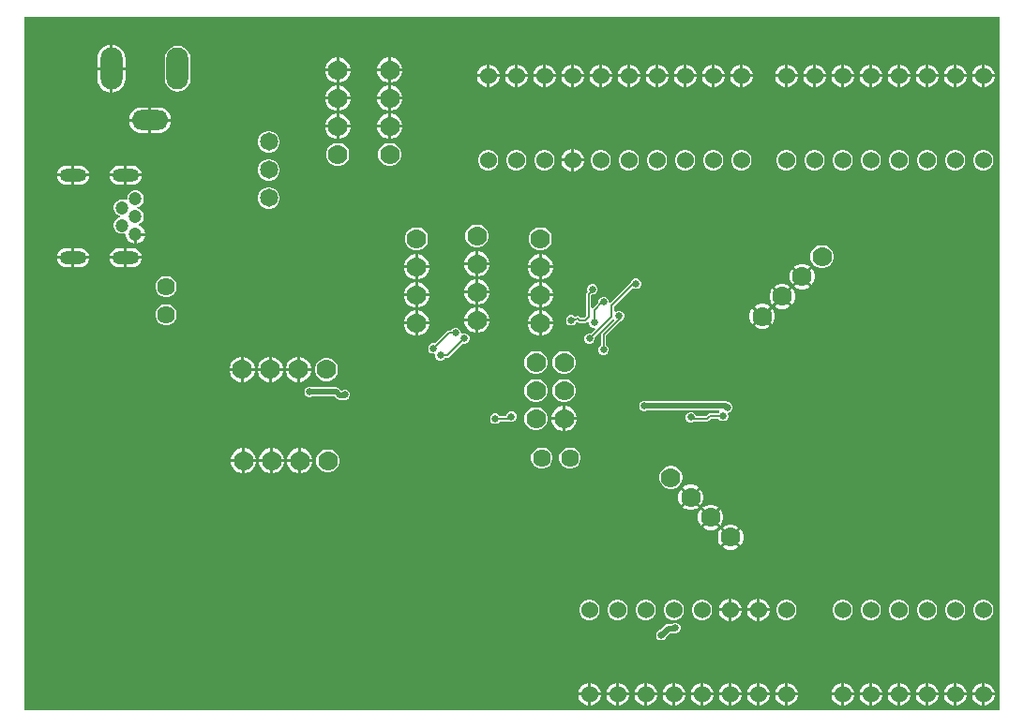
<source format=gbl>
G04*
G04 #@! TF.GenerationSoftware,Altium Limited,Altium Designer,21.1.1 (26)*
G04*
G04 Layer_Physical_Order=2*
G04 Layer_Color=16711680*
%FSLAX25Y25*%
%MOIN*%
G70*
G04*
G04 #@! TF.SameCoordinates,7D5D5EFA-C770-4444-A878-D417F12E0F6E*
G04*
G04*
G04 #@! TF.FilePolarity,Positive*
G04*
G01*
G75*
%ADD10C,0.00600*%
%ADD11C,0.02000*%
%ADD57C,0.07000*%
%ADD58C,0.06378*%
%ADD59C,0.06496*%
%ADD60O,0.12992X0.07087*%
%ADD61O,0.07874X0.14961*%
%ADD62C,0.06000*%
%ADD63O,0.09449X0.04724*%
%ADD64C,0.04724*%
%ADD65C,0.02500*%
G36*
X348369Y1631D02*
X1631D01*
Y248369D01*
X348369D01*
Y1631D01*
D02*
G37*
%LPC*%
G36*
X33000Y238457D02*
Y230500D01*
X37480D01*
Y233543D01*
X37310Y234832D01*
X36812Y236033D01*
X36021Y237064D01*
X34990Y237856D01*
X33789Y238353D01*
X33000Y238457D01*
D02*
G37*
G36*
X32000D02*
X31211Y238353D01*
X30010Y237856D01*
X28979Y237064D01*
X28188Y236033D01*
X27690Y234832D01*
X27520Y233543D01*
Y230500D01*
X32000D01*
Y238457D01*
D02*
G37*
G36*
X132092Y234000D02*
X132000D01*
Y230000D01*
X136000D01*
Y230092D01*
X135693Y231237D01*
X135101Y232263D01*
X134263Y233101D01*
X133237Y233693D01*
X132092Y234000D01*
D02*
G37*
G36*
X113592D02*
X113500D01*
Y230000D01*
X117500D01*
Y230092D01*
X117193Y231237D01*
X116601Y232263D01*
X115763Y233101D01*
X114737Y233693D01*
X113592Y234000D01*
D02*
G37*
G36*
X131000D02*
X130908D01*
X129763Y233693D01*
X128737Y233101D01*
X127899Y232263D01*
X127307Y231237D01*
X127000Y230092D01*
Y230000D01*
X131000D01*
Y234000D01*
D02*
G37*
G36*
X112500D02*
X112408D01*
X111263Y233693D01*
X110237Y233101D01*
X109399Y232263D01*
X108807Y231237D01*
X108500Y230092D01*
Y230000D01*
X112500D01*
Y234000D01*
D02*
G37*
G36*
X343027Y231500D02*
X343000D01*
Y228000D01*
X346500D01*
Y228027D01*
X346227Y229044D01*
X345701Y229956D01*
X344956Y230701D01*
X344044Y231227D01*
X343027Y231500D01*
D02*
G37*
G36*
X303027D02*
X303000D01*
Y228000D01*
X306500D01*
Y228027D01*
X306227Y229044D01*
X305701Y229956D01*
X304956Y230701D01*
X304044Y231227D01*
X303027Y231500D01*
D02*
G37*
G36*
X247027D02*
X247000D01*
Y228000D01*
X250500D01*
Y228027D01*
X250227Y229044D01*
X249701Y229956D01*
X248956Y230701D01*
X248044Y231227D01*
X247027Y231500D01*
D02*
G37*
G36*
X207027D02*
X207000D01*
Y228000D01*
X210500D01*
Y228027D01*
X210227Y229044D01*
X209701Y229956D01*
X208956Y230701D01*
X208044Y231227D01*
X207027Y231500D01*
D02*
G37*
G36*
X333027D02*
X333000D01*
Y228000D01*
X336500D01*
Y228027D01*
X336227Y229044D01*
X335701Y229956D01*
X334956Y230701D01*
X334044Y231227D01*
X333027Y231500D01*
D02*
G37*
G36*
X313027D02*
X313000D01*
Y228000D01*
X316500D01*
Y228027D01*
X316227Y229044D01*
X315701Y229956D01*
X314956Y230701D01*
X314044Y231227D01*
X313027Y231500D01*
D02*
G37*
G36*
X293027D02*
X293000D01*
Y228000D01*
X296500D01*
Y228027D01*
X296227Y229044D01*
X295701Y229956D01*
X294956Y230701D01*
X294044Y231227D01*
X293027Y231500D01*
D02*
G37*
G36*
X273027D02*
X273000D01*
Y228000D01*
X276500D01*
Y228027D01*
X276227Y229044D01*
X275701Y229956D01*
X274956Y230701D01*
X274044Y231227D01*
X273027Y231500D01*
D02*
G37*
G36*
X257027D02*
X257000D01*
Y228000D01*
X260500D01*
Y228027D01*
X260227Y229044D01*
X259701Y229956D01*
X258956Y230701D01*
X258044Y231227D01*
X257027Y231500D01*
D02*
G37*
G36*
X237027D02*
X237000D01*
Y228000D01*
X240500D01*
Y228027D01*
X240227Y229044D01*
X239701Y229956D01*
X238956Y230701D01*
X238044Y231227D01*
X237027Y231500D01*
D02*
G37*
G36*
X217027D02*
X217000D01*
Y228000D01*
X220500D01*
Y228027D01*
X220227Y229044D01*
X219701Y229956D01*
X218956Y230701D01*
X218044Y231227D01*
X217027Y231500D01*
D02*
G37*
G36*
X197027D02*
X197000D01*
Y228000D01*
X200500D01*
Y228027D01*
X200227Y229044D01*
X199701Y229956D01*
X198956Y230701D01*
X198044Y231227D01*
X197027Y231500D01*
D02*
G37*
G36*
X167027D02*
X167000D01*
Y228000D01*
X170500D01*
Y228027D01*
X170227Y229044D01*
X169701Y229956D01*
X168956Y230701D01*
X168044Y231227D01*
X167027Y231500D01*
D02*
G37*
G36*
X323027D02*
X323000D01*
Y228000D01*
X326500D01*
Y228027D01*
X326227Y229044D01*
X325701Y229956D01*
X324956Y230701D01*
X324044Y231227D01*
X323027Y231500D01*
D02*
G37*
G36*
X283027D02*
X283000D01*
Y228000D01*
X286500D01*
Y228027D01*
X286227Y229044D01*
X285701Y229956D01*
X284956Y230701D01*
X284044Y231227D01*
X283027Y231500D01*
D02*
G37*
G36*
X227027D02*
X227000D01*
Y228000D01*
X230500D01*
Y228027D01*
X230227Y229044D01*
X229701Y229956D01*
X228956Y230701D01*
X228044Y231227D01*
X227027Y231500D01*
D02*
G37*
G36*
X187027D02*
X187000D01*
Y228000D01*
X190500D01*
Y228027D01*
X190227Y229044D01*
X189701Y229956D01*
X188956Y230701D01*
X188044Y231227D01*
X187027Y231500D01*
D02*
G37*
G36*
X177027D02*
X177000D01*
Y228000D01*
X180500D01*
Y228027D01*
X180227Y229044D01*
X179701Y229956D01*
X178956Y230701D01*
X178044Y231227D01*
X177027Y231500D01*
D02*
G37*
G36*
X342000D02*
X341973D01*
X340956Y231227D01*
X340044Y230701D01*
X339299Y229956D01*
X338773Y229044D01*
X338500Y228027D01*
Y228000D01*
X342000D01*
Y231500D01*
D02*
G37*
G36*
X302000D02*
X301973D01*
X300956Y231227D01*
X300044Y230701D01*
X299299Y229956D01*
X298773Y229044D01*
X298500Y228027D01*
Y228000D01*
X302000D01*
Y231500D01*
D02*
G37*
G36*
X246000D02*
X245973D01*
X244956Y231227D01*
X244044Y230701D01*
X243299Y229956D01*
X242773Y229044D01*
X242500Y228027D01*
Y228000D01*
X246000D01*
Y231500D01*
D02*
G37*
G36*
X206000D02*
X205973D01*
X204956Y231227D01*
X204044Y230701D01*
X203299Y229956D01*
X202773Y229044D01*
X202500Y228027D01*
Y228000D01*
X206000D01*
Y231500D01*
D02*
G37*
G36*
X332000D02*
X331973D01*
X330956Y231227D01*
X330044Y230701D01*
X329299Y229956D01*
X328773Y229044D01*
X328500Y228027D01*
Y228000D01*
X332000D01*
Y231500D01*
D02*
G37*
G36*
X312000D02*
X311973D01*
X310956Y231227D01*
X310044Y230701D01*
X309299Y229956D01*
X308773Y229044D01*
X308500Y228027D01*
Y228000D01*
X312000D01*
Y231500D01*
D02*
G37*
G36*
X256000D02*
X255973D01*
X254956Y231227D01*
X254044Y230701D01*
X253299Y229956D01*
X252773Y229044D01*
X252500Y228027D01*
Y228000D01*
X256000D01*
Y231500D01*
D02*
G37*
G36*
X236000D02*
X235973D01*
X234956Y231227D01*
X234044Y230701D01*
X233299Y229956D01*
X232773Y229044D01*
X232500Y228027D01*
Y228000D01*
X236000D01*
Y231500D01*
D02*
G37*
G36*
X166000D02*
X165973D01*
X164956Y231227D01*
X164044Y230701D01*
X163299Y229956D01*
X162773Y229044D01*
X162500Y228027D01*
Y228000D01*
X166000D01*
Y231500D01*
D02*
G37*
G36*
X292000D02*
X291973D01*
X290956Y231227D01*
X290044Y230701D01*
X289299Y229956D01*
X288773Y229044D01*
X288500Y228027D01*
Y228000D01*
X292000D01*
Y231500D01*
D02*
G37*
G36*
X272000D02*
X271973D01*
X270956Y231227D01*
X270044Y230701D01*
X269299Y229956D01*
X268773Y229044D01*
X268500Y228027D01*
Y228000D01*
X272000D01*
Y231500D01*
D02*
G37*
G36*
X216000D02*
X215973D01*
X214956Y231227D01*
X214044Y230701D01*
X213299Y229956D01*
X212773Y229044D01*
X212500Y228027D01*
Y228000D01*
X216000D01*
Y231500D01*
D02*
G37*
G36*
X196000D02*
X195973D01*
X194956Y231227D01*
X194044Y230701D01*
X193299Y229956D01*
X192773Y229044D01*
X192500Y228027D01*
Y228000D01*
X196000D01*
Y231500D01*
D02*
G37*
G36*
X322000D02*
X321973D01*
X320956Y231227D01*
X320044Y230701D01*
X319299Y229956D01*
X318773Y229044D01*
X318500Y228027D01*
Y228000D01*
X322000D01*
Y231500D01*
D02*
G37*
G36*
X226000D02*
X225973D01*
X224956Y231227D01*
X224044Y230701D01*
X223299Y229956D01*
X222773Y229044D01*
X222500Y228027D01*
Y228000D01*
X226000D01*
Y231500D01*
D02*
G37*
G36*
X176000D02*
X175973D01*
X174956Y231227D01*
X174044Y230701D01*
X173299Y229956D01*
X172773Y229044D01*
X172500Y228027D01*
Y228000D01*
X176000D01*
Y231500D01*
D02*
G37*
G36*
X282000D02*
X281973D01*
X280956Y231227D01*
X280044Y230701D01*
X279299Y229956D01*
X278773Y229044D01*
X278500Y228027D01*
Y228000D01*
X282000D01*
Y231500D01*
D02*
G37*
G36*
X186000D02*
X185973D01*
X184956Y231227D01*
X184044Y230701D01*
X183299Y229956D01*
X182773Y229044D01*
X182500Y228027D01*
Y228000D01*
X186000D01*
Y231500D01*
D02*
G37*
G36*
X136000Y229000D02*
X132000D01*
Y225000D01*
X132092D01*
X133237Y225307D01*
X134263Y225899D01*
X135101Y226737D01*
X135693Y227763D01*
X136000Y228908D01*
Y229000D01*
D02*
G37*
G36*
X131000D02*
X127000D01*
Y228908D01*
X127307Y227763D01*
X127899Y226737D01*
X128737Y225899D01*
X129763Y225307D01*
X130908Y225000D01*
X131000D01*
Y229000D01*
D02*
G37*
G36*
X117500D02*
X113500D01*
Y225000D01*
X113592D01*
X114737Y225307D01*
X115763Y225899D01*
X116601Y226737D01*
X117193Y227763D01*
X117500Y228908D01*
Y229000D01*
D02*
G37*
G36*
X112500D02*
X108500D01*
Y228908D01*
X108807Y227763D01*
X109399Y226737D01*
X110237Y225899D01*
X111263Y225307D01*
X112408Y225000D01*
X112500D01*
Y229000D01*
D02*
G37*
G36*
X346500Y227000D02*
X343000D01*
Y223500D01*
X343027D01*
X344044Y223773D01*
X344956Y224299D01*
X345701Y225044D01*
X346227Y225956D01*
X346500Y226973D01*
Y227000D01*
D02*
G37*
G36*
X342000D02*
X338500D01*
Y226973D01*
X338773Y225956D01*
X339299Y225044D01*
X340044Y224299D01*
X340956Y223773D01*
X341973Y223500D01*
X342000D01*
Y227000D01*
D02*
G37*
G36*
X336500D02*
X333000D01*
Y223500D01*
X333027D01*
X334044Y223773D01*
X334956Y224299D01*
X335701Y225044D01*
X336227Y225956D01*
X336500Y226973D01*
Y227000D01*
D02*
G37*
G36*
X332000D02*
X328500D01*
Y226973D01*
X328773Y225956D01*
X329299Y225044D01*
X330044Y224299D01*
X330956Y223773D01*
X331973Y223500D01*
X332000D01*
Y227000D01*
D02*
G37*
G36*
X326500D02*
X323000D01*
Y223500D01*
X323027D01*
X324044Y223773D01*
X324956Y224299D01*
X325701Y225044D01*
X326227Y225956D01*
X326500Y226973D01*
Y227000D01*
D02*
G37*
G36*
X322000D02*
X318500D01*
Y226973D01*
X318773Y225956D01*
X319299Y225044D01*
X320044Y224299D01*
X320956Y223773D01*
X321973Y223500D01*
X322000D01*
Y227000D01*
D02*
G37*
G36*
X316500D02*
X313000D01*
Y223500D01*
X313027D01*
X314044Y223773D01*
X314956Y224299D01*
X315701Y225044D01*
X316227Y225956D01*
X316500Y226973D01*
Y227000D01*
D02*
G37*
G36*
X312000D02*
X308500D01*
Y226973D01*
X308773Y225956D01*
X309299Y225044D01*
X310044Y224299D01*
X310956Y223773D01*
X311973Y223500D01*
X312000D01*
Y227000D01*
D02*
G37*
G36*
X306500D02*
X303000D01*
Y223500D01*
X303027D01*
X304044Y223773D01*
X304956Y224299D01*
X305701Y225044D01*
X306227Y225956D01*
X306500Y226973D01*
Y227000D01*
D02*
G37*
G36*
X302000D02*
X298500D01*
Y226973D01*
X298773Y225956D01*
X299299Y225044D01*
X300044Y224299D01*
X300956Y223773D01*
X301973Y223500D01*
X302000D01*
Y227000D01*
D02*
G37*
G36*
X296500D02*
X293000D01*
Y223500D01*
X293027D01*
X294044Y223773D01*
X294956Y224299D01*
X295701Y225044D01*
X296227Y225956D01*
X296500Y226973D01*
Y227000D01*
D02*
G37*
G36*
X292000D02*
X288500D01*
Y226973D01*
X288773Y225956D01*
X289299Y225044D01*
X290044Y224299D01*
X290956Y223773D01*
X291973Y223500D01*
X292000D01*
Y227000D01*
D02*
G37*
G36*
X286500D02*
X283000D01*
Y223500D01*
X283027D01*
X284044Y223773D01*
X284956Y224299D01*
X285701Y225044D01*
X286227Y225956D01*
X286500Y226973D01*
Y227000D01*
D02*
G37*
G36*
X282000D02*
X278500D01*
Y226973D01*
X278773Y225956D01*
X279299Y225044D01*
X280044Y224299D01*
X280956Y223773D01*
X281973Y223500D01*
X282000D01*
Y227000D01*
D02*
G37*
G36*
X276500D02*
X273000D01*
Y223500D01*
X273027D01*
X274044Y223773D01*
X274956Y224299D01*
X275701Y225044D01*
X276227Y225956D01*
X276500Y226973D01*
Y227000D01*
D02*
G37*
G36*
X272000D02*
X268500D01*
Y226973D01*
X268773Y225956D01*
X269299Y225044D01*
X270044Y224299D01*
X270956Y223773D01*
X271973Y223500D01*
X272000D01*
Y227000D01*
D02*
G37*
G36*
X260500D02*
X257000D01*
Y223500D01*
X257027D01*
X258044Y223773D01*
X258956Y224299D01*
X259701Y225044D01*
X260227Y225956D01*
X260500Y226973D01*
Y227000D01*
D02*
G37*
G36*
X256000D02*
X252500D01*
Y226973D01*
X252773Y225956D01*
X253299Y225044D01*
X254044Y224299D01*
X254956Y223773D01*
X255973Y223500D01*
X256000D01*
Y227000D01*
D02*
G37*
G36*
X250500D02*
X247000D01*
Y223500D01*
X247027D01*
X248044Y223773D01*
X248956Y224299D01*
X249701Y225044D01*
X250227Y225956D01*
X250500Y226973D01*
Y227000D01*
D02*
G37*
G36*
X246000D02*
X242500D01*
Y226973D01*
X242773Y225956D01*
X243299Y225044D01*
X244044Y224299D01*
X244956Y223773D01*
X245973Y223500D01*
X246000D01*
Y227000D01*
D02*
G37*
G36*
X240500D02*
X237000D01*
Y223500D01*
X237027D01*
X238044Y223773D01*
X238956Y224299D01*
X239701Y225044D01*
X240227Y225956D01*
X240500Y226973D01*
Y227000D01*
D02*
G37*
G36*
X236000D02*
X232500D01*
Y226973D01*
X232773Y225956D01*
X233299Y225044D01*
X234044Y224299D01*
X234956Y223773D01*
X235973Y223500D01*
X236000D01*
Y227000D01*
D02*
G37*
G36*
X230500D02*
X227000D01*
Y223500D01*
X227027D01*
X228044Y223773D01*
X228956Y224299D01*
X229701Y225044D01*
X230227Y225956D01*
X230500Y226973D01*
Y227000D01*
D02*
G37*
G36*
X226000D02*
X222500D01*
Y226973D01*
X222773Y225956D01*
X223299Y225044D01*
X224044Y224299D01*
X224956Y223773D01*
X225973Y223500D01*
X226000D01*
Y227000D01*
D02*
G37*
G36*
X220500D02*
X217000D01*
Y223500D01*
X217027D01*
X218044Y223773D01*
X218956Y224299D01*
X219701Y225044D01*
X220227Y225956D01*
X220500Y226973D01*
Y227000D01*
D02*
G37*
G36*
X216000D02*
X212500D01*
Y226973D01*
X212773Y225956D01*
X213299Y225044D01*
X214044Y224299D01*
X214956Y223773D01*
X215973Y223500D01*
X216000D01*
Y227000D01*
D02*
G37*
G36*
X210500D02*
X207000D01*
Y223500D01*
X207027D01*
X208044Y223773D01*
X208956Y224299D01*
X209701Y225044D01*
X210227Y225956D01*
X210500Y226973D01*
Y227000D01*
D02*
G37*
G36*
X206000D02*
X202500D01*
Y226973D01*
X202773Y225956D01*
X203299Y225044D01*
X204044Y224299D01*
X204956Y223773D01*
X205973Y223500D01*
X206000D01*
Y227000D01*
D02*
G37*
G36*
X200500D02*
X197000D01*
Y223500D01*
X197027D01*
X198044Y223773D01*
X198956Y224299D01*
X199701Y225044D01*
X200227Y225956D01*
X200500Y226973D01*
Y227000D01*
D02*
G37*
G36*
X196000D02*
X192500D01*
Y226973D01*
X192773Y225956D01*
X193299Y225044D01*
X194044Y224299D01*
X194956Y223773D01*
X195973Y223500D01*
X196000D01*
Y227000D01*
D02*
G37*
G36*
X190500D02*
X187000D01*
Y223500D01*
X187027D01*
X188044Y223773D01*
X188956Y224299D01*
X189701Y225044D01*
X190227Y225956D01*
X190500Y226973D01*
Y227000D01*
D02*
G37*
G36*
X186000D02*
X182500D01*
Y226973D01*
X182773Y225956D01*
X183299Y225044D01*
X184044Y224299D01*
X184956Y223773D01*
X185973Y223500D01*
X186000D01*
Y227000D01*
D02*
G37*
G36*
X180500D02*
X177000D01*
Y223500D01*
X177027D01*
X178044Y223773D01*
X178956Y224299D01*
X179701Y225044D01*
X180227Y225956D01*
X180500Y226973D01*
Y227000D01*
D02*
G37*
G36*
X176000D02*
X172500D01*
Y226973D01*
X172773Y225956D01*
X173299Y225044D01*
X174044Y224299D01*
X174956Y223773D01*
X175973Y223500D01*
X176000D01*
Y227000D01*
D02*
G37*
G36*
X170500D02*
X167000D01*
Y223500D01*
X167027D01*
X168044Y223773D01*
X168956Y224299D01*
X169701Y225044D01*
X170227Y225956D01*
X170500Y226973D01*
Y227000D01*
D02*
G37*
G36*
X166000D02*
X162500D01*
Y226973D01*
X162773Y225956D01*
X163299Y225044D01*
X164044Y224299D01*
X164956Y223773D01*
X165973Y223500D01*
X166000D01*
Y227000D01*
D02*
G37*
G36*
X56122Y238120D02*
X54938Y237964D01*
X53834Y237506D01*
X52886Y236779D01*
X52159Y235831D01*
X51702Y234728D01*
X51546Y233543D01*
Y226457D01*
X51702Y225272D01*
X52159Y224169D01*
X52886Y223221D01*
X53834Y222494D01*
X54938Y222037D01*
X56122Y221881D01*
X57306Y222037D01*
X58410Y222494D01*
X59358Y223221D01*
X60085Y224169D01*
X60542Y225272D01*
X60698Y226457D01*
Y233543D01*
X60542Y234728D01*
X60085Y235831D01*
X59358Y236779D01*
X58410Y237506D01*
X57306Y237964D01*
X56122Y238120D01*
D02*
G37*
G36*
X37480Y229500D02*
X33000D01*
Y221543D01*
X33789Y221647D01*
X34990Y222144D01*
X36021Y222936D01*
X36812Y223967D01*
X37310Y225168D01*
X37480Y226457D01*
Y229500D01*
D02*
G37*
G36*
X32000D02*
X27520D01*
Y226457D01*
X27690Y225168D01*
X28188Y223967D01*
X28979Y222936D01*
X30010Y222144D01*
X31211Y221647D01*
X32000Y221543D01*
Y229500D01*
D02*
G37*
G36*
X132092Y224000D02*
X132000D01*
Y220000D01*
X136000D01*
Y220092D01*
X135693Y221237D01*
X135101Y222263D01*
X134263Y223101D01*
X133237Y223693D01*
X132092Y224000D01*
D02*
G37*
G36*
X113592D02*
X113500D01*
Y220000D01*
X117500D01*
Y220092D01*
X117193Y221237D01*
X116601Y222263D01*
X115763Y223101D01*
X114737Y223693D01*
X113592Y224000D01*
D02*
G37*
G36*
X131000D02*
X130908D01*
X129763Y223693D01*
X128737Y223101D01*
X127899Y222263D01*
X127307Y221237D01*
X127000Y220092D01*
Y220000D01*
X131000D01*
Y224000D01*
D02*
G37*
G36*
X112500D02*
X112408D01*
X111263Y223693D01*
X110237Y223101D01*
X109399Y222263D01*
X108807Y221237D01*
X108500Y220092D01*
Y220000D01*
X112500D01*
Y224000D01*
D02*
G37*
G36*
X136000Y219000D02*
X132000D01*
Y215000D01*
X132092D01*
X133237Y215307D01*
X134263Y215899D01*
X135101Y216737D01*
X135693Y217763D01*
X136000Y218908D01*
Y219000D01*
D02*
G37*
G36*
X131000D02*
X127000D01*
Y218908D01*
X127307Y217763D01*
X127899Y216737D01*
X128737Y215899D01*
X129763Y215307D01*
X130908Y215000D01*
X131000D01*
Y219000D01*
D02*
G37*
G36*
X117500D02*
X113500D01*
Y215000D01*
X113592D01*
X114737Y215307D01*
X115763Y215899D01*
X116601Y216737D01*
X117193Y217763D01*
X117500Y218908D01*
Y219000D01*
D02*
G37*
G36*
X112500D02*
X108500D01*
Y218908D01*
X108807Y217763D01*
X109399Y216737D01*
X110237Y215899D01*
X111263Y215307D01*
X112408Y215000D01*
X112500D01*
Y219000D01*
D02*
G37*
G36*
X49232Y216275D02*
X46780D01*
Y212193D01*
X53749D01*
X53659Y212879D01*
X53201Y213984D01*
X52473Y214933D01*
X51524Y215662D01*
X50418Y216119D01*
X49232Y216275D01*
D02*
G37*
G36*
X45779D02*
X43327D01*
X42141Y216119D01*
X41036Y215662D01*
X40086Y214933D01*
X39358Y213984D01*
X38900Y212879D01*
X38810Y212193D01*
X45779D01*
Y216275D01*
D02*
G37*
G36*
X132092Y214000D02*
X132000D01*
Y210000D01*
X136000D01*
Y210092D01*
X135693Y211237D01*
X135101Y212263D01*
X134263Y213101D01*
X133237Y213693D01*
X132092Y214000D01*
D02*
G37*
G36*
X113592D02*
X113500D01*
Y210000D01*
X117500D01*
Y210092D01*
X117193Y211237D01*
X116601Y212263D01*
X115763Y213101D01*
X114737Y213693D01*
X113592Y214000D01*
D02*
G37*
G36*
X131000D02*
X130908D01*
X129763Y213693D01*
X128737Y213101D01*
X127899Y212263D01*
X127307Y211237D01*
X127000Y210092D01*
Y210000D01*
X131000D01*
Y214000D01*
D02*
G37*
G36*
X112500D02*
X112408D01*
X111263Y213693D01*
X110237Y213101D01*
X109399Y212263D01*
X108807Y211237D01*
X108500Y210092D01*
Y210000D01*
X112500D01*
Y214000D01*
D02*
G37*
G36*
X53749Y211193D02*
X46780D01*
Y207110D01*
X49232D01*
X50418Y207267D01*
X51524Y207724D01*
X52473Y208453D01*
X53201Y209402D01*
X53659Y210507D01*
X53749Y211193D01*
D02*
G37*
G36*
X45779D02*
X38810D01*
X38900Y210507D01*
X39358Y209402D01*
X40086Y208453D01*
X41036Y207724D01*
X42141Y207267D01*
X43327Y207110D01*
X45779D01*
Y211193D01*
D02*
G37*
G36*
X136000Y209000D02*
X132000D01*
Y205000D01*
X132092D01*
X133237Y205307D01*
X134263Y205899D01*
X135101Y206737D01*
X135693Y207763D01*
X136000Y208908D01*
Y209000D01*
D02*
G37*
G36*
X131000D02*
X127000D01*
Y208908D01*
X127307Y207763D01*
X127899Y206737D01*
X128737Y205899D01*
X129763Y205307D01*
X130908Y205000D01*
X131000D01*
Y209000D01*
D02*
G37*
G36*
X117500D02*
X113500D01*
Y205000D01*
X113592D01*
X114737Y205307D01*
X115763Y205899D01*
X116601Y206737D01*
X117193Y207763D01*
X117500Y208908D01*
Y209000D01*
D02*
G37*
G36*
X112500D02*
X108500D01*
Y208908D01*
X108807Y207763D01*
X109399Y206737D01*
X110237Y205899D01*
X111263Y205307D01*
X112408Y205000D01*
X112500D01*
Y209000D01*
D02*
G37*
G36*
X89007Y207848D02*
X87993D01*
X87015Y207586D01*
X86137Y207079D01*
X85421Y206363D01*
X84914Y205485D01*
X84652Y204507D01*
Y203493D01*
X84914Y202515D01*
X85421Y201637D01*
X86137Y200921D01*
X87015Y200414D01*
X87993Y200152D01*
X89007D01*
X89985Y200414D01*
X90863Y200921D01*
X91579Y201637D01*
X92086Y202515D01*
X92348Y203493D01*
Y204507D01*
X92086Y205485D01*
X91579Y206363D01*
X90863Y207079D01*
X89985Y207586D01*
X89007Y207848D01*
D02*
G37*
G36*
X197027Y201500D02*
X197000D01*
Y198000D01*
X200500D01*
Y198027D01*
X200227Y199044D01*
X199701Y199956D01*
X198956Y200701D01*
X198044Y201227D01*
X197027Y201500D01*
D02*
G37*
G36*
X196000D02*
X195973D01*
X194956Y201227D01*
X194044Y200701D01*
X193299Y199956D01*
X192773Y199044D01*
X192500Y198027D01*
Y198000D01*
X196000D01*
Y201500D01*
D02*
G37*
G36*
X132040Y203600D02*
X130960D01*
X129918Y203321D01*
X128982Y202781D01*
X128219Y202017D01*
X127679Y201082D01*
X127400Y200040D01*
Y198960D01*
X127679Y197917D01*
X128219Y196983D01*
X128982Y196219D01*
X129918Y195679D01*
X130960Y195400D01*
X132040D01*
X133082Y195679D01*
X134018Y196219D01*
X134781Y196983D01*
X135321Y197917D01*
X135600Y198960D01*
Y200040D01*
X135321Y201082D01*
X134781Y202017D01*
X134018Y202781D01*
X133082Y203321D01*
X132040Y203600D01*
D02*
G37*
G36*
X113540D02*
X112460D01*
X111417Y203321D01*
X110483Y202781D01*
X109719Y202017D01*
X109179Y201082D01*
X108900Y200040D01*
Y198960D01*
X109179Y197917D01*
X109719Y196983D01*
X110483Y196219D01*
X111417Y195679D01*
X112460Y195400D01*
X113540D01*
X114583Y195679D01*
X115517Y196219D01*
X116281Y196983D01*
X116821Y197917D01*
X117100Y198960D01*
Y200040D01*
X116821Y201082D01*
X116281Y202017D01*
X115517Y202781D01*
X114583Y203321D01*
X113540Y203600D01*
D02*
G37*
G36*
X342974Y201100D02*
X342026D01*
X341110Y200855D01*
X340290Y200381D01*
X339619Y199710D01*
X339145Y198890D01*
X338900Y197974D01*
Y197026D01*
X339145Y196110D01*
X339619Y195290D01*
X340290Y194619D01*
X341110Y194145D01*
X342026Y193900D01*
X342974D01*
X343890Y194145D01*
X344710Y194619D01*
X345381Y195290D01*
X345855Y196110D01*
X346100Y197026D01*
Y197974D01*
X345855Y198890D01*
X345381Y199710D01*
X344710Y200381D01*
X343890Y200855D01*
X342974Y201100D01*
D02*
G37*
G36*
X332974D02*
X332026D01*
X331110Y200855D01*
X330290Y200381D01*
X329619Y199710D01*
X329145Y198890D01*
X328900Y197974D01*
Y197026D01*
X329145Y196110D01*
X329619Y195290D01*
X330290Y194619D01*
X331110Y194145D01*
X332026Y193900D01*
X332974D01*
X333890Y194145D01*
X334710Y194619D01*
X335381Y195290D01*
X335855Y196110D01*
X336100Y197026D01*
Y197974D01*
X335855Y198890D01*
X335381Y199710D01*
X334710Y200381D01*
X333890Y200855D01*
X332974Y201100D01*
D02*
G37*
G36*
X322974D02*
X322026D01*
X321110Y200855D01*
X320290Y200381D01*
X319619Y199710D01*
X319145Y198890D01*
X318900Y197974D01*
Y197026D01*
X319145Y196110D01*
X319619Y195290D01*
X320290Y194619D01*
X321110Y194145D01*
X322026Y193900D01*
X322974D01*
X323890Y194145D01*
X324710Y194619D01*
X325381Y195290D01*
X325855Y196110D01*
X326100Y197026D01*
Y197974D01*
X325855Y198890D01*
X325381Y199710D01*
X324710Y200381D01*
X323890Y200855D01*
X322974Y201100D01*
D02*
G37*
G36*
X312974D02*
X312026D01*
X311110Y200855D01*
X310290Y200381D01*
X309619Y199710D01*
X309145Y198890D01*
X308900Y197974D01*
Y197026D01*
X309145Y196110D01*
X309619Y195290D01*
X310290Y194619D01*
X311110Y194145D01*
X312026Y193900D01*
X312974D01*
X313890Y194145D01*
X314710Y194619D01*
X315381Y195290D01*
X315855Y196110D01*
X316100Y197026D01*
Y197974D01*
X315855Y198890D01*
X315381Y199710D01*
X314710Y200381D01*
X313890Y200855D01*
X312974Y201100D01*
D02*
G37*
G36*
X302974D02*
X302026D01*
X301110Y200855D01*
X300290Y200381D01*
X299619Y199710D01*
X299145Y198890D01*
X298900Y197974D01*
Y197026D01*
X299145Y196110D01*
X299619Y195290D01*
X300290Y194619D01*
X301110Y194145D01*
X302026Y193900D01*
X302974D01*
X303890Y194145D01*
X304710Y194619D01*
X305381Y195290D01*
X305855Y196110D01*
X306100Y197026D01*
Y197974D01*
X305855Y198890D01*
X305381Y199710D01*
X304710Y200381D01*
X303890Y200855D01*
X302974Y201100D01*
D02*
G37*
G36*
X292974D02*
X292026D01*
X291110Y200855D01*
X290290Y200381D01*
X289619Y199710D01*
X289145Y198890D01*
X288900Y197974D01*
Y197026D01*
X289145Y196110D01*
X289619Y195290D01*
X290290Y194619D01*
X291110Y194145D01*
X292026Y193900D01*
X292974D01*
X293890Y194145D01*
X294710Y194619D01*
X295381Y195290D01*
X295855Y196110D01*
X296100Y197026D01*
Y197974D01*
X295855Y198890D01*
X295381Y199710D01*
X294710Y200381D01*
X293890Y200855D01*
X292974Y201100D01*
D02*
G37*
G36*
X282974D02*
X282026D01*
X281110Y200855D01*
X280290Y200381D01*
X279619Y199710D01*
X279145Y198890D01*
X278900Y197974D01*
Y197026D01*
X279145Y196110D01*
X279619Y195290D01*
X280290Y194619D01*
X281110Y194145D01*
X282026Y193900D01*
X282974D01*
X283890Y194145D01*
X284710Y194619D01*
X285381Y195290D01*
X285855Y196110D01*
X286100Y197026D01*
Y197974D01*
X285855Y198890D01*
X285381Y199710D01*
X284710Y200381D01*
X283890Y200855D01*
X282974Y201100D01*
D02*
G37*
G36*
X272974D02*
X272026D01*
X271110Y200855D01*
X270290Y200381D01*
X269619Y199710D01*
X269145Y198890D01*
X268900Y197974D01*
Y197026D01*
X269145Y196110D01*
X269619Y195290D01*
X270290Y194619D01*
X271110Y194145D01*
X272026Y193900D01*
X272974D01*
X273890Y194145D01*
X274710Y194619D01*
X275381Y195290D01*
X275855Y196110D01*
X276100Y197026D01*
Y197974D01*
X275855Y198890D01*
X275381Y199710D01*
X274710Y200381D01*
X273890Y200855D01*
X272974Y201100D01*
D02*
G37*
G36*
X256974D02*
X256026D01*
X255110Y200855D01*
X254290Y200381D01*
X253619Y199710D01*
X253145Y198890D01*
X252900Y197974D01*
Y197026D01*
X253145Y196110D01*
X253619Y195290D01*
X254290Y194619D01*
X255110Y194145D01*
X256026Y193900D01*
X256974D01*
X257890Y194145D01*
X258710Y194619D01*
X259381Y195290D01*
X259855Y196110D01*
X260100Y197026D01*
Y197974D01*
X259855Y198890D01*
X259381Y199710D01*
X258710Y200381D01*
X257890Y200855D01*
X256974Y201100D01*
D02*
G37*
G36*
X246974D02*
X246026D01*
X245110Y200855D01*
X244290Y200381D01*
X243619Y199710D01*
X243145Y198890D01*
X242900Y197974D01*
Y197026D01*
X243145Y196110D01*
X243619Y195290D01*
X244290Y194619D01*
X245110Y194145D01*
X246026Y193900D01*
X246974D01*
X247890Y194145D01*
X248710Y194619D01*
X249381Y195290D01*
X249855Y196110D01*
X250100Y197026D01*
Y197974D01*
X249855Y198890D01*
X249381Y199710D01*
X248710Y200381D01*
X247890Y200855D01*
X246974Y201100D01*
D02*
G37*
G36*
X236974D02*
X236026D01*
X235110Y200855D01*
X234290Y200381D01*
X233619Y199710D01*
X233145Y198890D01*
X232900Y197974D01*
Y197026D01*
X233145Y196110D01*
X233619Y195290D01*
X234290Y194619D01*
X235110Y194145D01*
X236026Y193900D01*
X236974D01*
X237890Y194145D01*
X238710Y194619D01*
X239381Y195290D01*
X239855Y196110D01*
X240100Y197026D01*
Y197974D01*
X239855Y198890D01*
X239381Y199710D01*
X238710Y200381D01*
X237890Y200855D01*
X236974Y201100D01*
D02*
G37*
G36*
X226974D02*
X226026D01*
X225110Y200855D01*
X224290Y200381D01*
X223619Y199710D01*
X223145Y198890D01*
X222900Y197974D01*
Y197026D01*
X223145Y196110D01*
X223619Y195290D01*
X224290Y194619D01*
X225110Y194145D01*
X226026Y193900D01*
X226974D01*
X227890Y194145D01*
X228710Y194619D01*
X229381Y195290D01*
X229855Y196110D01*
X230100Y197026D01*
Y197974D01*
X229855Y198890D01*
X229381Y199710D01*
X228710Y200381D01*
X227890Y200855D01*
X226974Y201100D01*
D02*
G37*
G36*
X216974D02*
X216026D01*
X215110Y200855D01*
X214290Y200381D01*
X213619Y199710D01*
X213145Y198890D01*
X212900Y197974D01*
Y197026D01*
X213145Y196110D01*
X213619Y195290D01*
X214290Y194619D01*
X215110Y194145D01*
X216026Y193900D01*
X216974D01*
X217890Y194145D01*
X218710Y194619D01*
X219381Y195290D01*
X219855Y196110D01*
X220100Y197026D01*
Y197974D01*
X219855Y198890D01*
X219381Y199710D01*
X218710Y200381D01*
X217890Y200855D01*
X216974Y201100D01*
D02*
G37*
G36*
X206974D02*
X206026D01*
X205110Y200855D01*
X204290Y200381D01*
X203619Y199710D01*
X203145Y198890D01*
X202900Y197974D01*
Y197026D01*
X203145Y196110D01*
X203619Y195290D01*
X204290Y194619D01*
X205110Y194145D01*
X206026Y193900D01*
X206974D01*
X207890Y194145D01*
X208710Y194619D01*
X209381Y195290D01*
X209855Y196110D01*
X210100Y197026D01*
Y197974D01*
X209855Y198890D01*
X209381Y199710D01*
X208710Y200381D01*
X207890Y200855D01*
X206974Y201100D01*
D02*
G37*
G36*
X186974D02*
X186026D01*
X185110Y200855D01*
X184290Y200381D01*
X183619Y199710D01*
X183145Y198890D01*
X182900Y197974D01*
Y197026D01*
X183145Y196110D01*
X183619Y195290D01*
X184290Y194619D01*
X185110Y194145D01*
X186026Y193900D01*
X186974D01*
X187890Y194145D01*
X188710Y194619D01*
X189381Y195290D01*
X189855Y196110D01*
X190100Y197026D01*
Y197974D01*
X189855Y198890D01*
X189381Y199710D01*
X188710Y200381D01*
X187890Y200855D01*
X186974Y201100D01*
D02*
G37*
G36*
X176974D02*
X176026D01*
X175110Y200855D01*
X174290Y200381D01*
X173619Y199710D01*
X173145Y198890D01*
X172900Y197974D01*
Y197026D01*
X173145Y196110D01*
X173619Y195290D01*
X174290Y194619D01*
X175110Y194145D01*
X176026Y193900D01*
X176974D01*
X177890Y194145D01*
X178710Y194619D01*
X179381Y195290D01*
X179855Y196110D01*
X180100Y197026D01*
Y197974D01*
X179855Y198890D01*
X179381Y199710D01*
X178710Y200381D01*
X177890Y200855D01*
X176974Y201100D01*
D02*
G37*
G36*
X166974D02*
X166026D01*
X165110Y200855D01*
X164290Y200381D01*
X163619Y199710D01*
X163145Y198890D01*
X162900Y197974D01*
Y197026D01*
X163145Y196110D01*
X163619Y195290D01*
X164290Y194619D01*
X165110Y194145D01*
X166026Y193900D01*
X166974D01*
X167890Y194145D01*
X168710Y194619D01*
X169381Y195290D01*
X169855Y196110D01*
X170100Y197026D01*
Y197974D01*
X169855Y198890D01*
X169381Y199710D01*
X168710Y200381D01*
X167890Y200855D01*
X166974Y201100D01*
D02*
G37*
G36*
X200500Y197000D02*
X197000D01*
Y193500D01*
X197027D01*
X198044Y193773D01*
X198956Y194299D01*
X199701Y195044D01*
X200227Y195956D01*
X200500Y196973D01*
Y197000D01*
D02*
G37*
G36*
X196000D02*
X192500D01*
Y196973D01*
X192773Y195956D01*
X193299Y195044D01*
X194044Y194299D01*
X194956Y193773D01*
X195973Y193500D01*
X196000D01*
Y197000D01*
D02*
G37*
G36*
X39938Y195537D02*
X38075D01*
Y192646D01*
X43263D01*
X43213Y193023D01*
X42875Y193841D01*
X42336Y194544D01*
X41633Y195082D01*
X40815Y195421D01*
X39938Y195537D01*
D02*
G37*
G36*
X21237D02*
X19375D01*
Y192646D01*
X24562D01*
X24512Y193023D01*
X24174Y193841D01*
X23635Y194544D01*
X22932Y195082D01*
X22115Y195421D01*
X21237Y195537D01*
D02*
G37*
G36*
X18375D02*
X16512D01*
X15635Y195421D01*
X14817Y195082D01*
X14114Y194544D01*
X13576Y193841D01*
X13237Y193023D01*
X13187Y192646D01*
X18375D01*
Y195537D01*
D02*
G37*
G36*
X37075D02*
X35213D01*
X34336Y195421D01*
X33518Y195082D01*
X32815Y194544D01*
X32276Y193841D01*
X31938Y193023D01*
X31888Y192646D01*
X37075D01*
Y195537D01*
D02*
G37*
G36*
X89007Y197848D02*
X87993D01*
X87015Y197586D01*
X86137Y197079D01*
X85421Y196363D01*
X84914Y195485D01*
X84652Y194507D01*
Y193493D01*
X84914Y192515D01*
X85421Y191637D01*
X86137Y190921D01*
X87015Y190414D01*
X87993Y190152D01*
X89007D01*
X89985Y190414D01*
X90863Y190921D01*
X91579Y191637D01*
X92086Y192515D01*
X92348Y193493D01*
Y194507D01*
X92086Y195485D01*
X91579Y196363D01*
X90863Y197079D01*
X89985Y197586D01*
X89007Y197848D01*
D02*
G37*
G36*
X43263Y191646D02*
X38075D01*
Y188754D01*
X39938D01*
X40815Y188870D01*
X41633Y189209D01*
X42336Y189748D01*
X42875Y190450D01*
X43213Y191268D01*
X43263Y191646D01*
D02*
G37*
G36*
X37075D02*
X31888D01*
X31938Y191268D01*
X32276Y190450D01*
X32815Y189748D01*
X33518Y189209D01*
X34336Y188870D01*
X35213Y188754D01*
X37075D01*
Y191646D01*
D02*
G37*
G36*
X24562D02*
X19375D01*
Y188754D01*
X21237D01*
X22115Y188870D01*
X22932Y189209D01*
X23635Y189748D01*
X24174Y190450D01*
X24512Y191268D01*
X24562Y191646D01*
D02*
G37*
G36*
X18375D02*
X13187D01*
X13237Y191268D01*
X13576Y190450D01*
X14114Y189748D01*
X14817Y189209D01*
X15635Y188870D01*
X16512Y188754D01*
X18375D01*
Y191646D01*
D02*
G37*
G36*
X41515Y186683D02*
X40735D01*
X39982Y186481D01*
X39307Y186091D01*
X38755Y185539D01*
X38365Y184864D01*
X38163Y184110D01*
Y183544D01*
X37733Y183251D01*
X37686Y183242D01*
X37530Y183332D01*
X36776Y183534D01*
X35996D01*
X35243Y183332D01*
X34568Y182942D01*
X34016Y182390D01*
X33626Y181715D01*
X33424Y180962D01*
Y180182D01*
X33626Y179428D01*
X34016Y178753D01*
X34568Y178201D01*
X35243Y177811D01*
X35730Y177681D01*
Y177163D01*
X35243Y177033D01*
X34568Y176643D01*
X34016Y176091D01*
X33626Y175416D01*
X33424Y174662D01*
Y173882D01*
X33626Y173129D01*
X34016Y172454D01*
X34568Y171902D01*
X35243Y171512D01*
X35996Y171310D01*
X36776D01*
X37263Y171441D01*
X37736Y171127D01*
X37763Y171077D01*
Y170680D01*
X37992Y169825D01*
X38435Y169058D01*
X39061Y168432D01*
X39828Y167989D01*
X40625Y167776D01*
Y171123D01*
X41125D01*
Y171623D01*
X44472D01*
X44258Y172420D01*
X43816Y173187D01*
X43190Y173813D01*
X42480Y174223D01*
X42434Y174460D01*
X42450Y174766D01*
X42944Y175051D01*
X43496Y175603D01*
X43886Y176278D01*
X44088Y177032D01*
Y177812D01*
X43886Y178565D01*
X43496Y179240D01*
X42944Y179792D01*
X42269Y180182D01*
X41782Y180312D01*
Y180830D01*
X42269Y180960D01*
X42944Y181350D01*
X43496Y181902D01*
X43886Y182577D01*
X44088Y183331D01*
Y184110D01*
X43886Y184864D01*
X43496Y185539D01*
X42944Y186091D01*
X42269Y186481D01*
X41515Y186683D01*
D02*
G37*
G36*
X89007Y187848D02*
X87993D01*
X87015Y187586D01*
X86137Y187079D01*
X85421Y186363D01*
X84914Y185485D01*
X84652Y184507D01*
Y183493D01*
X84914Y182515D01*
X85421Y181637D01*
X86137Y180921D01*
X87015Y180414D01*
X87993Y180152D01*
X89007D01*
X89985Y180414D01*
X90863Y180921D01*
X91579Y181637D01*
X92086Y182515D01*
X92348Y183493D01*
Y184507D01*
X92086Y185485D01*
X91579Y186363D01*
X90863Y187079D01*
X89985Y187586D01*
X89007Y187848D01*
D02*
G37*
G36*
X44472Y170623D02*
X41625D01*
Y167776D01*
X42423Y167989D01*
X43190Y168432D01*
X43816Y169058D01*
X44258Y169825D01*
X44472Y170623D01*
D02*
G37*
G36*
X163040Y174600D02*
X161960D01*
X160917Y174321D01*
X159983Y173781D01*
X159219Y173018D01*
X158679Y172082D01*
X158400Y171040D01*
Y169960D01*
X158679Y168918D01*
X159219Y167982D01*
X159983Y167219D01*
X160917Y166679D01*
X161960Y166400D01*
X163040D01*
X164083Y166679D01*
X165017Y167219D01*
X165781Y167982D01*
X166321Y168918D01*
X166600Y169960D01*
Y171040D01*
X166321Y172082D01*
X165781Y173018D01*
X165017Y173781D01*
X164083Y174321D01*
X163040Y174600D01*
D02*
G37*
G36*
X185540Y173600D02*
X184460D01*
X183417Y173321D01*
X182483Y172781D01*
X181719Y172018D01*
X181179Y171082D01*
X180900Y170040D01*
Y168960D01*
X181179Y167918D01*
X181719Y166982D01*
X182483Y166219D01*
X183417Y165679D01*
X184460Y165400D01*
X185540D01*
X186583Y165679D01*
X187517Y166219D01*
X188281Y166982D01*
X188821Y167918D01*
X189100Y168960D01*
Y170040D01*
X188821Y171082D01*
X188281Y172018D01*
X187517Y172781D01*
X186583Y173321D01*
X185540Y173600D01*
D02*
G37*
G36*
X141540D02*
X140460D01*
X139418Y173321D01*
X138482Y172781D01*
X137719Y172018D01*
X137179Y171082D01*
X136900Y170040D01*
Y168960D01*
X137179Y167918D01*
X137719Y166982D01*
X138482Y166219D01*
X139418Y165679D01*
X140460Y165400D01*
X141540D01*
X142582Y165679D01*
X143517Y166219D01*
X144281Y166982D01*
X144821Y167918D01*
X145100Y168960D01*
Y170040D01*
X144821Y171082D01*
X144281Y172018D01*
X143517Y172781D01*
X142582Y173321D01*
X141540Y173600D01*
D02*
G37*
G36*
X39938Y166246D02*
X38075D01*
Y163355D01*
X43263D01*
X43213Y163732D01*
X42875Y164550D01*
X42336Y165252D01*
X41633Y165791D01*
X40815Y166130D01*
X39938Y166246D01*
D02*
G37*
G36*
X21237D02*
X19375D01*
Y163355D01*
X24562D01*
X24512Y163732D01*
X24174Y164550D01*
X23635Y165252D01*
X22932Y165791D01*
X22115Y166130D01*
X21237Y166246D01*
D02*
G37*
G36*
X18375D02*
X16512D01*
X15635Y166130D01*
X14817Y165791D01*
X14114Y165252D01*
X13576Y164550D01*
X13237Y163732D01*
X13187Y163355D01*
X18375D01*
Y166246D01*
D02*
G37*
G36*
X37075D02*
X35213D01*
X34336Y166130D01*
X33518Y165791D01*
X32815Y165252D01*
X32276Y164550D01*
X31938Y163732D01*
X31888Y163355D01*
X37075D01*
Y166246D01*
D02*
G37*
G36*
X163092Y165000D02*
X163000D01*
Y161000D01*
X167000D01*
Y161092D01*
X166693Y162237D01*
X166101Y163263D01*
X165263Y164101D01*
X164237Y164693D01*
X163092Y165000D01*
D02*
G37*
G36*
X162000D02*
X161908D01*
X160763Y164693D01*
X159737Y164101D01*
X158899Y163263D01*
X158307Y162237D01*
X158000Y161092D01*
Y161000D01*
X162000D01*
Y165000D01*
D02*
G37*
G36*
X185592Y164000D02*
X185500D01*
Y160000D01*
X189500D01*
Y160092D01*
X189193Y161237D01*
X188601Y162263D01*
X187763Y163101D01*
X186737Y163693D01*
X185592Y164000D01*
D02*
G37*
G36*
X141592D02*
X141500D01*
Y160000D01*
X145500D01*
Y160092D01*
X145193Y161237D01*
X144601Y162263D01*
X143763Y163101D01*
X142737Y163693D01*
X141592Y164000D01*
D02*
G37*
G36*
X184500D02*
X184408D01*
X183263Y163693D01*
X182237Y163101D01*
X181399Y162263D01*
X180807Y161237D01*
X180500Y160092D01*
Y160000D01*
X184500D01*
Y164000D01*
D02*
G37*
G36*
X140500D02*
X140408D01*
X139263Y163693D01*
X138237Y163101D01*
X137399Y162263D01*
X136807Y161237D01*
X136500Y160092D01*
Y160000D01*
X140500D01*
Y164000D01*
D02*
G37*
G36*
X43263Y162355D02*
X38075D01*
Y159463D01*
X39938D01*
X40815Y159579D01*
X41633Y159918D01*
X42336Y160457D01*
X42875Y161159D01*
X43213Y161977D01*
X43263Y162355D01*
D02*
G37*
G36*
X37075D02*
X31888D01*
X31938Y161977D01*
X32276Y161159D01*
X32815Y160457D01*
X33518Y159918D01*
X34336Y159579D01*
X35213Y159463D01*
X37075D01*
Y162355D01*
D02*
G37*
G36*
X24562D02*
X19375D01*
Y159463D01*
X21237D01*
X22115Y159579D01*
X22932Y159918D01*
X23635Y160457D01*
X24174Y161159D01*
X24512Y161977D01*
X24562Y162355D01*
D02*
G37*
G36*
X18375D02*
X13187D01*
X13237Y161977D01*
X13576Y161159D01*
X14114Y160457D01*
X14817Y159918D01*
X15635Y159579D01*
X16512Y159463D01*
X18375D01*
Y162355D01*
D02*
G37*
G36*
X285682Y167242D02*
X284602D01*
X283560Y166963D01*
X282625Y166423D01*
X281861Y165660D01*
X281322Y164725D01*
X281042Y163682D01*
Y162602D01*
X281322Y161560D01*
X281861Y160625D01*
X282625Y159861D01*
X283560Y159321D01*
X284602Y159042D01*
X285682D01*
X286725Y159321D01*
X287660Y159861D01*
X288423Y160625D01*
X288963Y161560D01*
X289242Y162602D01*
Y163682D01*
X288963Y164725D01*
X288423Y165660D01*
X287660Y166423D01*
X286725Y166963D01*
X285682Y167242D01*
D02*
G37*
G36*
X278663Y160571D02*
X277479D01*
X276334Y160264D01*
X275308Y159672D01*
X275243Y159607D01*
X278071Y156778D01*
X280900Y159607D01*
X280834Y159672D01*
X279808Y160264D01*
X278663Y160571D01*
D02*
G37*
G36*
X167000Y160000D02*
X163000D01*
Y156000D01*
X163092D01*
X164237Y156307D01*
X165263Y156899D01*
X166101Y157737D01*
X166693Y158763D01*
X167000Y159908D01*
Y160000D01*
D02*
G37*
G36*
X162000D02*
X158000D01*
Y159908D01*
X158307Y158763D01*
X158899Y157737D01*
X159737Y156899D01*
X160763Y156307D01*
X161908Y156000D01*
X162000D01*
Y160000D01*
D02*
G37*
G36*
X189500Y159000D02*
X185500D01*
Y155000D01*
X185592D01*
X186737Y155307D01*
X187763Y155899D01*
X188601Y156737D01*
X189193Y157763D01*
X189500Y158908D01*
Y159000D01*
D02*
G37*
G36*
X184500D02*
X180500D01*
Y158908D01*
X180807Y157763D01*
X181399Y156737D01*
X182237Y155899D01*
X183263Y155307D01*
X184408Y155000D01*
X184500D01*
Y159000D01*
D02*
G37*
G36*
X145500D02*
X141500D01*
Y155000D01*
X141592D01*
X142737Y155307D01*
X143763Y155899D01*
X144601Y156737D01*
X145193Y157763D01*
X145500Y158908D01*
Y159000D01*
D02*
G37*
G36*
X140500D02*
X136500D01*
Y158908D01*
X136807Y157763D01*
X137399Y156737D01*
X138237Y155899D01*
X139263Y155307D01*
X140408Y155000D01*
X140500D01*
Y159000D01*
D02*
G37*
G36*
X274535Y158899D02*
X274470Y158834D01*
X273878Y157808D01*
X273571Y156664D01*
Y155479D01*
X273878Y154334D01*
X274470Y153308D01*
X274535Y153243D01*
X277364Y156071D01*
X274535Y158899D01*
D02*
G37*
G36*
X281607Y158899D02*
X278778Y156071D01*
X281607Y153243D01*
X281672Y153308D01*
X282264Y154334D01*
X282571Y155479D01*
Y156664D01*
X282264Y157808D01*
X281672Y158834D01*
X281607Y158899D01*
D02*
G37*
G36*
X278071Y155364D02*
X275243Y152535D01*
X275308Y152470D01*
X276334Y151878D01*
X277479Y151571D01*
X278663D01*
X279808Y151878D01*
X280834Y152470D01*
X280900Y152535D01*
X278071Y155364D01*
D02*
G37*
G36*
X163092Y155000D02*
X163000D01*
Y151000D01*
X167000D01*
Y151092D01*
X166693Y152237D01*
X166101Y153263D01*
X165263Y154101D01*
X164237Y154693D01*
X163092Y155000D01*
D02*
G37*
G36*
X162000D02*
X161908D01*
X160763Y154693D01*
X159737Y154101D01*
X158899Y153263D01*
X158307Y152237D01*
X158000Y151092D01*
Y151000D01*
X162000D01*
Y155000D01*
D02*
G37*
G36*
X185592Y154000D02*
X185500D01*
Y150000D01*
X189500D01*
Y150092D01*
X189193Y151237D01*
X188601Y152263D01*
X187763Y153101D01*
X186737Y153693D01*
X185592Y154000D01*
D02*
G37*
G36*
X141592D02*
X141500D01*
Y150000D01*
X145500D01*
Y150092D01*
X145193Y151237D01*
X144601Y152263D01*
X143763Y153101D01*
X142737Y153693D01*
X141592Y154000D01*
D02*
G37*
G36*
X184500D02*
X184408D01*
X183263Y153693D01*
X182237Y153101D01*
X181399Y152263D01*
X180807Y151237D01*
X180500Y150092D01*
Y150000D01*
X184500D01*
Y154000D01*
D02*
G37*
G36*
X140500D02*
X140408D01*
X139263Y153693D01*
X138237Y153101D01*
X137399Y152263D01*
X136807Y151237D01*
X136500Y150092D01*
Y150000D01*
X140500D01*
Y154000D01*
D02*
G37*
G36*
X271592Y153500D02*
X270408D01*
X269263Y153193D01*
X268237Y152601D01*
X268172Y152535D01*
X271000Y149707D01*
X273828Y152535D01*
X273763Y152601D01*
X272737Y153193D01*
X271592Y153500D01*
D02*
G37*
G36*
X52499Y156289D02*
X51501D01*
X50538Y156031D01*
X49674Y155532D01*
X48968Y154826D01*
X48469Y153963D01*
X48211Y152999D01*
Y152001D01*
X48469Y151038D01*
X48968Y150173D01*
X49674Y149468D01*
X50538Y148969D01*
X51501Y148711D01*
X52499D01*
X53462Y148969D01*
X54326Y149468D01*
X55032Y150173D01*
X55531Y151038D01*
X55789Y152001D01*
Y152999D01*
X55531Y153963D01*
X55032Y154826D01*
X54326Y155532D01*
X53462Y156031D01*
X52499Y156289D01*
D02*
G37*
G36*
X219368Y155350D02*
X218632D01*
X217952Y155068D01*
X217432Y154548D01*
X217206Y154004D01*
X209850Y146648D01*
X209580Y146699D01*
X209350Y146833D01*
Y147368D01*
X209068Y148048D01*
X208548Y148568D01*
X207868Y148850D01*
X207132D01*
X206452Y148568D01*
X205932Y148048D01*
X205650Y147368D01*
Y146948D01*
X203599Y144897D01*
X203220Y145001D01*
X203099Y145087D01*
Y149398D01*
X203352Y149650D01*
X203868D01*
X204548Y149932D01*
X205068Y150452D01*
X205350Y151132D01*
Y151868D01*
X205068Y152548D01*
X204548Y153068D01*
X203868Y153350D01*
X203132D01*
X202452Y153068D01*
X201932Y152548D01*
X201650Y151868D01*
Y151132D01*
X201822Y150716D01*
X201533Y150426D01*
X201334Y150129D01*
X201264Y149778D01*
Y142030D01*
X200652Y141418D01*
X199421D01*
X199099Y141739D01*
X198801Y141938D01*
X198450Y142008D01*
X197953D01*
X197602Y141938D01*
X197367Y141781D01*
X197335D01*
X197048Y142068D01*
X196368Y142350D01*
X195632D01*
X194952Y142068D01*
X194432Y141548D01*
X194150Y140868D01*
Y140132D01*
X194432Y139452D01*
X194952Y138932D01*
X195632Y138650D01*
X196368D01*
X197048Y138932D01*
X197568Y139452D01*
X197747Y139883D01*
X198239Y140004D01*
X198392Y139851D01*
X198689Y139652D01*
X199041Y139582D01*
X201032D01*
X201383Y139652D01*
X201681Y139851D01*
X201801Y139971D01*
X202302Y139764D01*
Y139284D01*
X202583Y138603D01*
X203103Y138083D01*
X203783Y137802D01*
X204297D01*
X204504Y137302D01*
X202998Y135796D01*
X202868Y135850D01*
X202132D01*
X201452Y135568D01*
X200932Y135048D01*
X200650Y134368D01*
Y133632D01*
X200932Y132952D01*
X201452Y132432D01*
X202132Y132150D01*
X202868D01*
X203548Y132432D01*
X204068Y132952D01*
X204350Y133632D01*
Y134368D01*
X204296Y134498D01*
X210572Y140775D01*
X211141Y140636D01*
X211189Y140486D01*
X206851Y136149D01*
X206652Y135851D01*
X206582Y135500D01*
Y131622D01*
X206452Y131568D01*
X205932Y131048D01*
X205650Y130368D01*
Y129632D01*
X205932Y128952D01*
X206452Y128432D01*
X207132Y128150D01*
X207868D01*
X208548Y128432D01*
X209068Y128952D01*
X209350Y129632D01*
Y130368D01*
X209068Y131048D01*
X208548Y131568D01*
X208418Y131622D01*
Y135120D01*
X213504Y140206D01*
X214048Y140432D01*
X214568Y140952D01*
X214850Y141632D01*
Y142368D01*
X214568Y143048D01*
X214048Y143568D01*
X213368Y143850D01*
X212632D01*
X211952Y143568D01*
X211849Y143466D01*
X211349Y143673D01*
Y145552D01*
X217841Y152043D01*
X217952Y151932D01*
X218632Y151650D01*
X219368D01*
X220048Y151932D01*
X220568Y152452D01*
X220850Y153132D01*
Y153868D01*
X220568Y154548D01*
X220048Y155068D01*
X219368Y155350D01*
D02*
G37*
G36*
X267464Y151828D02*
X267399Y151763D01*
X266807Y150737D01*
X266500Y149592D01*
Y148408D01*
X266807Y147263D01*
X267399Y146237D01*
X267464Y146172D01*
X270293Y149000D01*
X267464Y151828D01*
D02*
G37*
G36*
X274535D02*
X271707Y149000D01*
X274535Y146172D01*
X274601Y146237D01*
X275193Y147263D01*
X275500Y148408D01*
Y149592D01*
X275193Y150737D01*
X274601Y151763D01*
X274535Y151828D01*
D02*
G37*
G36*
X167000Y150000D02*
X163000D01*
Y146000D01*
X163092D01*
X164237Y146307D01*
X165263Y146899D01*
X166101Y147737D01*
X166693Y148763D01*
X167000Y149908D01*
Y150000D01*
D02*
G37*
G36*
X162000D02*
X158000D01*
Y149908D01*
X158307Y148763D01*
X158899Y147737D01*
X159737Y146899D01*
X160763Y146307D01*
X161908Y146000D01*
X162000D01*
Y150000D01*
D02*
G37*
G36*
X189500Y149000D02*
X185500D01*
Y145000D01*
X185592D01*
X186737Y145307D01*
X187763Y145899D01*
X188601Y146737D01*
X189193Y147763D01*
X189500Y148908D01*
Y149000D01*
D02*
G37*
G36*
X184500D02*
X180500D01*
Y148908D01*
X180807Y147763D01*
X181399Y146737D01*
X182237Y145899D01*
X183263Y145307D01*
X184408Y145000D01*
X184500D01*
Y149000D01*
D02*
G37*
G36*
X145500D02*
X141500D01*
Y145000D01*
X141592D01*
X142737Y145307D01*
X143763Y145899D01*
X144601Y146737D01*
X145193Y147763D01*
X145500Y148908D01*
Y149000D01*
D02*
G37*
G36*
X140500D02*
X136500D01*
Y148908D01*
X136807Y147763D01*
X137399Y146737D01*
X138237Y145899D01*
X139263Y145307D01*
X140408Y145000D01*
X140500D01*
Y149000D01*
D02*
G37*
G36*
X271000Y148293D02*
X268172Y145465D01*
X268237Y145399D01*
X269263Y144807D01*
X270408Y144500D01*
X271592D01*
X272737Y144807D01*
X273763Y145399D01*
X273828Y145465D01*
X271000Y148293D01*
D02*
G37*
G36*
X264521Y146429D02*
X263336D01*
X262192Y146122D01*
X261166Y145530D01*
X261101Y145465D01*
X263929Y142636D01*
X266757Y145465D01*
X266692Y145530D01*
X265666Y146122D01*
X264521Y146429D01*
D02*
G37*
G36*
X163092Y145000D02*
X163000D01*
Y141000D01*
X167000D01*
Y141092D01*
X166693Y142237D01*
X166101Y143263D01*
X165263Y144101D01*
X164237Y144693D01*
X163092Y145000D01*
D02*
G37*
G36*
X162000D02*
X161908D01*
X160763Y144693D01*
X159737Y144101D01*
X158899Y143263D01*
X158307Y142237D01*
X158000Y141092D01*
Y141000D01*
X162000D01*
Y145000D01*
D02*
G37*
G36*
X185592Y144000D02*
X185500D01*
Y140000D01*
X189500D01*
Y140092D01*
X189193Y141237D01*
X188601Y142263D01*
X187763Y143101D01*
X186737Y143693D01*
X185592Y144000D01*
D02*
G37*
G36*
X141592D02*
X141500D01*
Y140000D01*
X145500D01*
Y140092D01*
X145193Y141237D01*
X144601Y142263D01*
X143763Y143101D01*
X142737Y143693D01*
X141592Y144000D01*
D02*
G37*
G36*
X184500D02*
X184408D01*
X183263Y143693D01*
X182237Y143101D01*
X181399Y142263D01*
X180807Y141237D01*
X180500Y140092D01*
Y140000D01*
X184500D01*
Y144000D01*
D02*
G37*
G36*
X140500D02*
X140408D01*
X139263Y143693D01*
X138237Y143101D01*
X137399Y142263D01*
X136807Y141237D01*
X136500Y140092D01*
Y140000D01*
X140500D01*
Y144000D01*
D02*
G37*
G36*
X260393Y144757D02*
X260328Y144692D01*
X259736Y143666D01*
X259429Y142521D01*
Y141337D01*
X259736Y140192D01*
X260328Y139166D01*
X260393Y139101D01*
X263222Y141929D01*
X260393Y144757D01*
D02*
G37*
G36*
X267464Y144757D02*
X264636Y141929D01*
X267464Y139101D01*
X267530Y139166D01*
X268122Y140192D01*
X268429Y141337D01*
Y142521D01*
X268122Y143666D01*
X267530Y144692D01*
X267464Y144757D01*
D02*
G37*
G36*
X52499Y146289D02*
X51501D01*
X50538Y146031D01*
X49674Y145532D01*
X48968Y144826D01*
X48469Y143963D01*
X48211Y142999D01*
Y142001D01*
X48469Y141037D01*
X48968Y140173D01*
X49674Y139468D01*
X50538Y138969D01*
X51501Y138711D01*
X52499D01*
X53462Y138969D01*
X54326Y139468D01*
X55032Y140173D01*
X55531Y141037D01*
X55789Y142001D01*
Y142999D01*
X55531Y143963D01*
X55032Y144826D01*
X54326Y145532D01*
X53462Y146031D01*
X52499Y146289D01*
D02*
G37*
G36*
X263929Y141222D02*
X261101Y138393D01*
X261166Y138328D01*
X262192Y137736D01*
X263336Y137429D01*
X264521D01*
X265666Y137736D01*
X266692Y138328D01*
X266757Y138393D01*
X263929Y141222D01*
D02*
G37*
G36*
X167000Y140000D02*
X163000D01*
Y136000D01*
X163092D01*
X164237Y136307D01*
X165263Y136899D01*
X166101Y137737D01*
X166693Y138763D01*
X167000Y139908D01*
Y140000D01*
D02*
G37*
G36*
X162000D02*
X158000D01*
Y139908D01*
X158307Y138763D01*
X158899Y137737D01*
X159737Y136899D01*
X160763Y136307D01*
X161908Y136000D01*
X162000D01*
Y140000D01*
D02*
G37*
G36*
X189500Y139000D02*
X185500D01*
Y135000D01*
X185592D01*
X186737Y135307D01*
X187763Y135899D01*
X188601Y136737D01*
X189193Y137763D01*
X189500Y138908D01*
Y139000D01*
D02*
G37*
G36*
X184500D02*
X180500D01*
Y138908D01*
X180807Y137763D01*
X181399Y136737D01*
X182237Y135899D01*
X183263Y135307D01*
X184408Y135000D01*
X184500D01*
Y139000D01*
D02*
G37*
G36*
X145500D02*
X141500D01*
Y135000D01*
X141592D01*
X142737Y135307D01*
X143763Y135899D01*
X144601Y136737D01*
X145193Y137763D01*
X145500Y138908D01*
Y139000D01*
D02*
G37*
G36*
X140500D02*
X136500D01*
Y138908D01*
X136807Y137763D01*
X137399Y136737D01*
X138237Y135899D01*
X139263Y135307D01*
X140408Y135000D01*
X140500D01*
Y139000D01*
D02*
G37*
G36*
X155218Y137850D02*
X154482D01*
X153802Y137568D01*
X153282Y137048D01*
X153228Y136918D01*
X152500D01*
X152149Y136848D01*
X151851Y136649D01*
X147498Y132296D01*
X147368Y132350D01*
X146632D01*
X145952Y132068D01*
X145432Y131548D01*
X145150Y130868D01*
Y130132D01*
X145432Y129452D01*
X145952Y128932D01*
X146632Y128650D01*
X147226D01*
X147481Y128481D01*
X147650Y128226D01*
Y127632D01*
X147932Y126952D01*
X148452Y126432D01*
X149132Y126150D01*
X149868D01*
X150548Y126432D01*
X151068Y126952D01*
X151122Y127082D01*
X152000D01*
X152351Y127152D01*
X152649Y127351D01*
X157502Y132204D01*
X157632Y132150D01*
X158368D01*
X159048Y132432D01*
X159568Y132952D01*
X159850Y133632D01*
Y134368D01*
X159568Y135048D01*
X159048Y135568D01*
X158368Y135850D01*
X157632D01*
X157200Y135671D01*
X156700Y135970D01*
Y136368D01*
X156418Y137048D01*
X155898Y137568D01*
X155218Y137850D01*
D02*
G37*
G36*
X79592Y127500D02*
X79500D01*
Y123500D01*
X83500D01*
Y123592D01*
X83193Y124737D01*
X82601Y125763D01*
X81763Y126601D01*
X80737Y127193D01*
X79592Y127500D01*
D02*
G37*
G36*
X89592D02*
X89500D01*
Y123500D01*
X93500D01*
Y123592D01*
X93193Y124737D01*
X92601Y125763D01*
X91763Y126601D01*
X90737Y127193D01*
X89592Y127500D01*
D02*
G37*
G36*
X99592D02*
X99500D01*
Y123500D01*
X103500D01*
Y123592D01*
X103193Y124737D01*
X102601Y125763D01*
X101763Y126601D01*
X100737Y127193D01*
X99592Y127500D01*
D02*
G37*
G36*
X78500D02*
X78408D01*
X77263Y127193D01*
X76237Y126601D01*
X75399Y125763D01*
X74807Y124737D01*
X74500Y123592D01*
Y123500D01*
X78500D01*
Y127500D01*
D02*
G37*
G36*
X88500D02*
X88408D01*
X87263Y127193D01*
X86237Y126601D01*
X85399Y125763D01*
X84807Y124737D01*
X84500Y123592D01*
Y123500D01*
X88500D01*
Y127500D01*
D02*
G37*
G36*
X98500D02*
X98408D01*
X97263Y127193D01*
X96237Y126601D01*
X95399Y125763D01*
X94807Y124737D01*
X94500Y123592D01*
Y123500D01*
X98500D01*
Y127500D01*
D02*
G37*
G36*
X194040Y129600D02*
X192960D01*
X191918Y129321D01*
X190982Y128781D01*
X190219Y128017D01*
X189679Y127083D01*
X189400Y126040D01*
Y124960D01*
X189679Y123917D01*
X190219Y122983D01*
X190982Y122219D01*
X191918Y121679D01*
X192960Y121400D01*
X194040D01*
X195082Y121679D01*
X196018Y122219D01*
X196781Y122983D01*
X197321Y123917D01*
X197600Y124960D01*
Y126040D01*
X197321Y127083D01*
X196781Y128017D01*
X196018Y128781D01*
X195082Y129321D01*
X194040Y129600D01*
D02*
G37*
G36*
X184040D02*
X182960D01*
X181918Y129321D01*
X180982Y128781D01*
X180219Y128017D01*
X179679Y127083D01*
X179400Y126040D01*
Y124960D01*
X179679Y123917D01*
X180219Y122983D01*
X180982Y122219D01*
X181918Y121679D01*
X182960Y121400D01*
X184040D01*
X185082Y121679D01*
X186018Y122219D01*
X186781Y122983D01*
X187321Y123917D01*
X187600Y124960D01*
Y126040D01*
X187321Y127083D01*
X186781Y128017D01*
X186018Y128781D01*
X185082Y129321D01*
X184040Y129600D01*
D02*
G37*
G36*
X109540Y127100D02*
X108460D01*
X107418Y126821D01*
X106483Y126281D01*
X105719Y125517D01*
X105179Y124583D01*
X104900Y123540D01*
Y122460D01*
X105179Y121417D01*
X105719Y120483D01*
X106483Y119719D01*
X107418Y119179D01*
X108460Y118900D01*
X109540D01*
X110582Y119179D01*
X111518Y119719D01*
X112281Y120483D01*
X112821Y121417D01*
X113100Y122460D01*
Y123540D01*
X112821Y124583D01*
X112281Y125517D01*
X111518Y126281D01*
X110582Y126821D01*
X109540Y127100D01*
D02*
G37*
G36*
X103500Y122500D02*
X99500D01*
Y118500D01*
X99592D01*
X100737Y118807D01*
X101763Y119399D01*
X102601Y120237D01*
X103193Y121263D01*
X103500Y122408D01*
Y122500D01*
D02*
G37*
G36*
X98500D02*
X94500D01*
Y122408D01*
X94807Y121263D01*
X95399Y120237D01*
X96237Y119399D01*
X97263Y118807D01*
X98408Y118500D01*
X98500D01*
Y122500D01*
D02*
G37*
G36*
X93500D02*
X89500D01*
Y118500D01*
X89592D01*
X90737Y118807D01*
X91763Y119399D01*
X92601Y120237D01*
X93193Y121263D01*
X93500Y122408D01*
Y122500D01*
D02*
G37*
G36*
X88500D02*
X84500D01*
Y122408D01*
X84807Y121263D01*
X85399Y120237D01*
X86237Y119399D01*
X87263Y118807D01*
X88408Y118500D01*
X88500D01*
Y122500D01*
D02*
G37*
G36*
X83500D02*
X79500D01*
Y118500D01*
X79592D01*
X80737Y118807D01*
X81763Y119399D01*
X82601Y120237D01*
X83193Y121263D01*
X83500Y122408D01*
Y122500D01*
D02*
G37*
G36*
X78500D02*
X74500D01*
Y122408D01*
X74807Y121263D01*
X75399Y120237D01*
X76237Y119399D01*
X77263Y118807D01*
X78408Y118500D01*
X78500D01*
Y122500D01*
D02*
G37*
G36*
X103368Y116850D02*
X102632D01*
X101952Y116568D01*
X101432Y116048D01*
X101150Y115368D01*
Y114632D01*
X101432Y113952D01*
X101952Y113432D01*
X102632Y113150D01*
X103368D01*
X103896Y113369D01*
X111824D01*
X112518Y112675D01*
X113047Y112321D01*
X113672Y112197D01*
X114053Y112273D01*
X114835D01*
X115132Y112150D01*
X115868D01*
X116548Y112432D01*
X117068Y112952D01*
X117350Y113632D01*
Y114368D01*
X117068Y115048D01*
X116548Y115568D01*
X115868Y115850D01*
X115132D01*
X114452Y115568D01*
X114419Y115536D01*
X114271D01*
X113654Y116154D01*
X113124Y116507D01*
X112500Y116631D01*
X103896D01*
X103368Y116850D01*
D02*
G37*
G36*
X194040Y119600D02*
X192960D01*
X191918Y119321D01*
X190982Y118781D01*
X190219Y118017D01*
X189679Y117083D01*
X189400Y116040D01*
Y114960D01*
X189679Y113918D01*
X190219Y112982D01*
X190982Y112219D01*
X191918Y111679D01*
X192960Y111400D01*
X194040D01*
X195082Y111679D01*
X196018Y112219D01*
X196781Y112982D01*
X197321Y113918D01*
X197600Y114960D01*
Y116040D01*
X197321Y117083D01*
X196781Y118017D01*
X196018Y118781D01*
X195082Y119321D01*
X194040Y119600D01*
D02*
G37*
G36*
X184040D02*
X182960D01*
X181918Y119321D01*
X180982Y118781D01*
X180219Y118017D01*
X179679Y117083D01*
X179400Y116040D01*
Y114960D01*
X179679Y113918D01*
X180219Y112982D01*
X180982Y112219D01*
X181918Y111679D01*
X182960Y111400D01*
X184040D01*
X185082Y111679D01*
X186018Y112219D01*
X186781Y112982D01*
X187321Y113918D01*
X187600Y114960D01*
Y116040D01*
X187321Y117083D01*
X186781Y118017D01*
X186018Y118781D01*
X185082Y119321D01*
X184040Y119600D01*
D02*
G37*
G36*
X222368Y111850D02*
X221632D01*
X220952Y111568D01*
X220432Y111048D01*
X220150Y110368D01*
Y109632D01*
X220432Y108952D01*
X220952Y108432D01*
X221632Y108150D01*
X222368D01*
X222896Y108369D01*
X248545D01*
X248752Y107869D01*
X248432Y107548D01*
X248378Y107418D01*
X245243D01*
X244892Y107348D01*
X244594Y107149D01*
X243863Y106418D01*
X240329D01*
X240068Y107048D01*
X239548Y107568D01*
X238868Y107850D01*
X238132D01*
X237452Y107568D01*
X236932Y107048D01*
X236650Y106368D01*
Y105632D01*
X236932Y104952D01*
X237452Y104432D01*
X238132Y104150D01*
X238868D01*
X239548Y104432D01*
X239699Y104582D01*
X244243D01*
X244594Y104652D01*
X244892Y104851D01*
X245623Y105582D01*
X248378D01*
X248432Y105452D01*
X248952Y104932D01*
X249632Y104650D01*
X250368D01*
X251048Y104932D01*
X251568Y105452D01*
X251850Y106132D01*
Y106868D01*
X251733Y107150D01*
X251868Y107650D01*
X252548Y107932D01*
X253068Y108452D01*
X253350Y109132D01*
Y109868D01*
X253068Y110548D01*
X252548Y111068D01*
X251868Y111350D01*
X251724D01*
X251489Y111507D01*
X250865Y111631D01*
X222896D01*
X222368Y111850D01*
D02*
G37*
G36*
X175133Y108115D02*
X174397D01*
X173717Y107834D01*
X173197Y107313D01*
X172915Y106633D01*
Y106418D01*
X170622D01*
X170568Y106548D01*
X170048Y107068D01*
X169368Y107350D01*
X168632D01*
X167952Y107068D01*
X167432Y106548D01*
X167150Y105868D01*
Y105132D01*
X167432Y104452D01*
X167952Y103932D01*
X168632Y103650D01*
X169368D01*
X170048Y103932D01*
X170568Y104452D01*
X170622Y104582D01*
X173486D01*
X173829Y104651D01*
X174397Y104415D01*
X175133D01*
X175813Y104697D01*
X176334Y105217D01*
X176615Y105897D01*
Y106633D01*
X176334Y107313D01*
X175813Y107834D01*
X175133Y108115D01*
D02*
G37*
G36*
X194092Y110000D02*
X194000D01*
Y106000D01*
X198000D01*
Y106092D01*
X197693Y107237D01*
X197101Y108263D01*
X196263Y109101D01*
X195237Y109693D01*
X194092Y110000D01*
D02*
G37*
G36*
X193000D02*
X192908D01*
X191763Y109693D01*
X190737Y109101D01*
X189899Y108263D01*
X189307Y107237D01*
X189000Y106092D01*
Y106000D01*
X193000D01*
Y110000D01*
D02*
G37*
G36*
X184040Y109600D02*
X182960D01*
X181918Y109321D01*
X180982Y108781D01*
X180219Y108018D01*
X179679Y107082D01*
X179400Y106040D01*
Y104960D01*
X179679Y103918D01*
X180219Y102982D01*
X180982Y102219D01*
X181918Y101679D01*
X182960Y101400D01*
X184040D01*
X185082Y101679D01*
X186018Y102219D01*
X186781Y102982D01*
X187321Y103918D01*
X187600Y104960D01*
Y106040D01*
X187321Y107082D01*
X186781Y108018D01*
X186018Y108781D01*
X185082Y109321D01*
X184040Y109600D01*
D02*
G37*
G36*
X198000Y105000D02*
X194000D01*
Y101000D01*
X194092D01*
X195237Y101307D01*
X196263Y101899D01*
X197101Y102737D01*
X197693Y103763D01*
X198000Y104908D01*
Y105000D01*
D02*
G37*
G36*
X193000D02*
X189000D01*
Y104908D01*
X189307Y103763D01*
X189899Y102737D01*
X190737Y101899D01*
X191763Y101307D01*
X192908Y101000D01*
X193000D01*
Y105000D01*
D02*
G37*
G36*
X80092Y95000D02*
X80000D01*
Y91000D01*
X84000D01*
Y91092D01*
X83693Y92237D01*
X83101Y93263D01*
X82263Y94101D01*
X81237Y94693D01*
X80092Y95000D01*
D02*
G37*
G36*
X90092D02*
X90000D01*
Y91000D01*
X94000D01*
Y91092D01*
X93693Y92237D01*
X93101Y93263D01*
X92263Y94101D01*
X91237Y94693D01*
X90092Y95000D01*
D02*
G37*
G36*
X100092D02*
X100000D01*
Y91000D01*
X104000D01*
Y91092D01*
X103693Y92237D01*
X103101Y93263D01*
X102263Y94101D01*
X101237Y94693D01*
X100092Y95000D01*
D02*
G37*
G36*
X79000D02*
X78908D01*
X77763Y94693D01*
X76737Y94101D01*
X75899Y93263D01*
X75307Y92237D01*
X75000Y91092D01*
Y91000D01*
X79000D01*
Y95000D01*
D02*
G37*
G36*
X89000D02*
X88908D01*
X87763Y94693D01*
X86737Y94101D01*
X85899Y93263D01*
X85307Y92237D01*
X85000Y91092D01*
Y91000D01*
X89000D01*
Y95000D01*
D02*
G37*
G36*
X99000D02*
X98908D01*
X97763Y94693D01*
X96737Y94101D01*
X95899Y93263D01*
X95307Y92237D01*
X95000Y91092D01*
Y91000D01*
X99000D01*
Y95000D01*
D02*
G37*
G36*
X195999Y95289D02*
X195001D01*
X194037Y95031D01*
X193174Y94532D01*
X192468Y93827D01*
X191969Y92962D01*
X191711Y91999D01*
Y91001D01*
X191969Y90038D01*
X192468Y89174D01*
X193174Y88468D01*
X194037Y87969D01*
X195001Y87711D01*
X195999D01*
X196962Y87969D01*
X197827Y88468D01*
X198532Y89174D01*
X199031Y90038D01*
X199289Y91001D01*
Y91999D01*
X199031Y92962D01*
X198532Y93827D01*
X197827Y94532D01*
X196962Y95031D01*
X195999Y95289D01*
D02*
G37*
G36*
X185999D02*
X185001D01*
X184037Y95031D01*
X183174Y94532D01*
X182468Y93827D01*
X181969Y92962D01*
X181711Y91999D01*
Y91001D01*
X181969Y90038D01*
X182468Y89174D01*
X183174Y88468D01*
X184037Y87969D01*
X185001Y87711D01*
X185999D01*
X186962Y87969D01*
X187827Y88468D01*
X188532Y89174D01*
X189031Y90038D01*
X189289Y91001D01*
Y91999D01*
X189031Y92962D01*
X188532Y93827D01*
X187827Y94532D01*
X186962Y95031D01*
X185999Y95289D01*
D02*
G37*
G36*
X110040Y94600D02*
X108960D01*
X107917Y94321D01*
X106983Y93781D01*
X106219Y93018D01*
X105679Y92083D01*
X105400Y91040D01*
Y89960D01*
X105679Y88917D01*
X106219Y87982D01*
X106983Y87219D01*
X107917Y86679D01*
X108960Y86400D01*
X110040D01*
X111082Y86679D01*
X112018Y87219D01*
X112781Y87982D01*
X113321Y88917D01*
X113600Y89960D01*
Y91040D01*
X113321Y92083D01*
X112781Y93018D01*
X112018Y93781D01*
X111082Y94321D01*
X110040Y94600D01*
D02*
G37*
G36*
X104000Y90000D02*
X100000D01*
Y86000D01*
X100092D01*
X101237Y86307D01*
X102263Y86899D01*
X103101Y87737D01*
X103693Y88763D01*
X104000Y89908D01*
Y90000D01*
D02*
G37*
G36*
X99000D02*
X95000D01*
Y89908D01*
X95307Y88763D01*
X95899Y87737D01*
X96737Y86899D01*
X97763Y86307D01*
X98908Y86000D01*
X99000D01*
Y90000D01*
D02*
G37*
G36*
X94000D02*
X90000D01*
Y86000D01*
X90092D01*
X91237Y86307D01*
X92263Y86899D01*
X93101Y87737D01*
X93693Y88763D01*
X94000Y89908D01*
Y90000D01*
D02*
G37*
G36*
X89000D02*
X85000D01*
Y89908D01*
X85307Y88763D01*
X85899Y87737D01*
X86737Y86899D01*
X87763Y86307D01*
X88908Y86000D01*
X89000D01*
Y90000D01*
D02*
G37*
G36*
X84000D02*
X80000D01*
Y86000D01*
X80092D01*
X81237Y86307D01*
X82263Y86899D01*
X83101Y87737D01*
X83693Y88763D01*
X84000Y89908D01*
Y90000D01*
D02*
G37*
G36*
X79000D02*
X75000D01*
Y89908D01*
X75307Y88763D01*
X75899Y87737D01*
X76737Y86899D01*
X77763Y86307D01*
X78908Y86000D01*
X79000D01*
Y90000D01*
D02*
G37*
G36*
X231969Y88671D02*
X230889D01*
X229846Y88392D01*
X228911Y87852D01*
X228148Y87089D01*
X227608Y86154D01*
X227329Y85111D01*
Y84031D01*
X227608Y82989D01*
X228148Y82054D01*
X228911Y81290D01*
X229846Y80751D01*
X230889Y80471D01*
X231969D01*
X233012Y80751D01*
X233946Y81290D01*
X234710Y82054D01*
X235249Y82989D01*
X235529Y84031D01*
Y85111D01*
X235249Y86154D01*
X234710Y87089D01*
X233946Y87852D01*
X233012Y88392D01*
X231969Y88671D01*
D02*
G37*
G36*
X239092Y82000D02*
X237908D01*
X236763Y81693D01*
X235737Y81101D01*
X235672Y81036D01*
X238500Y78207D01*
X241328Y81036D01*
X241263Y81101D01*
X240237Y81693D01*
X239092Y82000D01*
D02*
G37*
G36*
X234964Y80328D02*
X234899Y80263D01*
X234307Y79237D01*
X234000Y78092D01*
Y76908D01*
X234307Y75763D01*
X234899Y74737D01*
X234964Y74672D01*
X237793Y77500D01*
X234964Y80328D01*
D02*
G37*
G36*
X242036D02*
X239207Y77500D01*
X242036Y74672D01*
X242101Y74737D01*
X242693Y75763D01*
X243000Y76908D01*
Y78092D01*
X242693Y79237D01*
X242101Y80263D01*
X242036Y80328D01*
D02*
G37*
G36*
X238500Y76793D02*
X235672Y73965D01*
X235737Y73899D01*
X236763Y73307D01*
X237908Y73000D01*
X239092D01*
X240237Y73307D01*
X241263Y73899D01*
X241328Y73965D01*
X238500Y76793D01*
D02*
G37*
G36*
X246164Y74929D02*
X244979D01*
X243834Y74622D01*
X242808Y74030D01*
X242743Y73965D01*
X245571Y71136D01*
X248399Y73965D01*
X248334Y74030D01*
X247308Y74622D01*
X246164Y74929D01*
D02*
G37*
G36*
X242036Y73257D02*
X241970Y73192D01*
X241378Y72166D01*
X241071Y71021D01*
Y69836D01*
X241378Y68692D01*
X241970Y67666D01*
X242036Y67601D01*
X244864Y70429D01*
X242036Y73257D01*
D02*
G37*
G36*
X249107D02*
X246278Y70429D01*
X249107Y67601D01*
X249172Y67666D01*
X249764Y68692D01*
X250071Y69836D01*
Y71021D01*
X249764Y72166D01*
X249172Y73192D01*
X249107Y73257D01*
D02*
G37*
G36*
X245571Y69722D02*
X242743Y66893D01*
X242808Y66828D01*
X243834Y66236D01*
X244979Y65929D01*
X246164D01*
X247308Y66236D01*
X248334Y66828D01*
X248399Y66893D01*
X245571Y69722D01*
D02*
G37*
G36*
X253235Y67858D02*
X252050D01*
X250905Y67551D01*
X249879Y66959D01*
X249814Y66893D01*
X252642Y64065D01*
X255471Y66893D01*
X255405Y66959D01*
X254379Y67551D01*
X253235Y67858D01*
D02*
G37*
G36*
X249107Y66186D02*
X249041Y66121D01*
X248449Y65095D01*
X248142Y63950D01*
Y62765D01*
X248449Y61621D01*
X249041Y60595D01*
X249107Y60529D01*
X251935Y63358D01*
X249107Y66186D01*
D02*
G37*
G36*
X256178D02*
X253349Y63358D01*
X256178Y60529D01*
X256243Y60595D01*
X256836Y61621D01*
X257142Y62765D01*
Y63950D01*
X256836Y65095D01*
X256243Y66121D01*
X256178Y66186D01*
D02*
G37*
G36*
X252642Y62651D02*
X249814Y59822D01*
X249879Y59757D01*
X250905Y59165D01*
X252050Y58858D01*
X253235D01*
X254379Y59165D01*
X255405Y59757D01*
X255471Y59822D01*
X252642Y62651D01*
D02*
G37*
G36*
X263027Y41500D02*
X263000D01*
Y38000D01*
X266500D01*
Y38027D01*
X266227Y39044D01*
X265701Y39956D01*
X264956Y40701D01*
X264044Y41227D01*
X263027Y41500D01*
D02*
G37*
G36*
X253027D02*
X253000D01*
Y38000D01*
X256500D01*
Y38027D01*
X256227Y39044D01*
X255701Y39956D01*
X254956Y40701D01*
X254044Y41227D01*
X253027Y41500D01*
D02*
G37*
G36*
X262000D02*
X261973D01*
X260956Y41227D01*
X260044Y40701D01*
X259299Y39956D01*
X258773Y39044D01*
X258500Y38027D01*
Y38000D01*
X262000D01*
Y41500D01*
D02*
G37*
G36*
X252000D02*
X251973D01*
X250956Y41227D01*
X250044Y40701D01*
X249299Y39956D01*
X248773Y39044D01*
X248500Y38027D01*
Y38000D01*
X252000D01*
Y41500D01*
D02*
G37*
G36*
X342974Y41100D02*
X342026D01*
X341110Y40855D01*
X340290Y40381D01*
X339619Y39710D01*
X339145Y38890D01*
X338900Y37974D01*
Y37026D01*
X339145Y36110D01*
X339619Y35290D01*
X340290Y34619D01*
X341110Y34145D01*
X342026Y33900D01*
X342974D01*
X343890Y34145D01*
X344710Y34619D01*
X345381Y35290D01*
X345855Y36110D01*
X346100Y37026D01*
Y37974D01*
X345855Y38890D01*
X345381Y39710D01*
X344710Y40381D01*
X343890Y40855D01*
X342974Y41100D01*
D02*
G37*
G36*
X332974D02*
X332026D01*
X331110Y40855D01*
X330290Y40381D01*
X329619Y39710D01*
X329145Y38890D01*
X328900Y37974D01*
Y37026D01*
X329145Y36110D01*
X329619Y35290D01*
X330290Y34619D01*
X331110Y34145D01*
X332026Y33900D01*
X332974D01*
X333890Y34145D01*
X334710Y34619D01*
X335381Y35290D01*
X335855Y36110D01*
X336100Y37026D01*
Y37974D01*
X335855Y38890D01*
X335381Y39710D01*
X334710Y40381D01*
X333890Y40855D01*
X332974Y41100D01*
D02*
G37*
G36*
X322974D02*
X322026D01*
X321110Y40855D01*
X320290Y40381D01*
X319619Y39710D01*
X319145Y38890D01*
X318900Y37974D01*
Y37026D01*
X319145Y36110D01*
X319619Y35290D01*
X320290Y34619D01*
X321110Y34145D01*
X322026Y33900D01*
X322974D01*
X323890Y34145D01*
X324710Y34619D01*
X325381Y35290D01*
X325855Y36110D01*
X326100Y37026D01*
Y37974D01*
X325855Y38890D01*
X325381Y39710D01*
X324710Y40381D01*
X323890Y40855D01*
X322974Y41100D01*
D02*
G37*
G36*
X312974D02*
X312026D01*
X311110Y40855D01*
X310290Y40381D01*
X309619Y39710D01*
X309145Y38890D01*
X308900Y37974D01*
Y37026D01*
X309145Y36110D01*
X309619Y35290D01*
X310290Y34619D01*
X311110Y34145D01*
X312026Y33900D01*
X312974D01*
X313890Y34145D01*
X314710Y34619D01*
X315381Y35290D01*
X315855Y36110D01*
X316100Y37026D01*
Y37974D01*
X315855Y38890D01*
X315381Y39710D01*
X314710Y40381D01*
X313890Y40855D01*
X312974Y41100D01*
D02*
G37*
G36*
X302974D02*
X302026D01*
X301110Y40855D01*
X300290Y40381D01*
X299619Y39710D01*
X299145Y38890D01*
X298900Y37974D01*
Y37026D01*
X299145Y36110D01*
X299619Y35290D01*
X300290Y34619D01*
X301110Y34145D01*
X302026Y33900D01*
X302974D01*
X303890Y34145D01*
X304710Y34619D01*
X305381Y35290D01*
X305855Y36110D01*
X306100Y37026D01*
Y37974D01*
X305855Y38890D01*
X305381Y39710D01*
X304710Y40381D01*
X303890Y40855D01*
X302974Y41100D01*
D02*
G37*
G36*
X292974D02*
X292026D01*
X291110Y40855D01*
X290290Y40381D01*
X289619Y39710D01*
X289145Y38890D01*
X288900Y37974D01*
Y37026D01*
X289145Y36110D01*
X289619Y35290D01*
X290290Y34619D01*
X291110Y34145D01*
X292026Y33900D01*
X292974D01*
X293890Y34145D01*
X294710Y34619D01*
X295381Y35290D01*
X295855Y36110D01*
X296100Y37026D01*
Y37974D01*
X295855Y38890D01*
X295381Y39710D01*
X294710Y40381D01*
X293890Y40855D01*
X292974Y41100D01*
D02*
G37*
G36*
X272974D02*
X272026D01*
X271110Y40855D01*
X270290Y40381D01*
X269619Y39710D01*
X269145Y38890D01*
X268900Y37974D01*
Y37026D01*
X269145Y36110D01*
X269619Y35290D01*
X270290Y34619D01*
X271110Y34145D01*
X272026Y33900D01*
X272974D01*
X273890Y34145D01*
X274710Y34619D01*
X275381Y35290D01*
X275855Y36110D01*
X276100Y37026D01*
Y37974D01*
X275855Y38890D01*
X275381Y39710D01*
X274710Y40381D01*
X273890Y40855D01*
X272974Y41100D01*
D02*
G37*
G36*
X242974D02*
X242026D01*
X241110Y40855D01*
X240290Y40381D01*
X239619Y39710D01*
X239145Y38890D01*
X238900Y37974D01*
Y37026D01*
X239145Y36110D01*
X239619Y35290D01*
X240290Y34619D01*
X241110Y34145D01*
X242026Y33900D01*
X242974D01*
X243890Y34145D01*
X244710Y34619D01*
X245381Y35290D01*
X245855Y36110D01*
X246100Y37026D01*
Y37974D01*
X245855Y38890D01*
X245381Y39710D01*
X244710Y40381D01*
X243890Y40855D01*
X242974Y41100D01*
D02*
G37*
G36*
X232974D02*
X232026D01*
X231110Y40855D01*
X230290Y40381D01*
X229619Y39710D01*
X229145Y38890D01*
X228900Y37974D01*
Y37026D01*
X229145Y36110D01*
X229619Y35290D01*
X230290Y34619D01*
X231110Y34145D01*
X232026Y33900D01*
X232974D01*
X233890Y34145D01*
X234710Y34619D01*
X235381Y35290D01*
X235855Y36110D01*
X236100Y37026D01*
Y37974D01*
X235855Y38890D01*
X235381Y39710D01*
X234710Y40381D01*
X233890Y40855D01*
X232974Y41100D01*
D02*
G37*
G36*
X222974D02*
X222026D01*
X221110Y40855D01*
X220290Y40381D01*
X219619Y39710D01*
X219145Y38890D01*
X218900Y37974D01*
Y37026D01*
X219145Y36110D01*
X219619Y35290D01*
X220290Y34619D01*
X221110Y34145D01*
X222026Y33900D01*
X222974D01*
X223890Y34145D01*
X224710Y34619D01*
X225381Y35290D01*
X225855Y36110D01*
X226100Y37026D01*
Y37974D01*
X225855Y38890D01*
X225381Y39710D01*
X224710Y40381D01*
X223890Y40855D01*
X222974Y41100D01*
D02*
G37*
G36*
X212974D02*
X212026D01*
X211110Y40855D01*
X210290Y40381D01*
X209619Y39710D01*
X209145Y38890D01*
X208900Y37974D01*
Y37026D01*
X209145Y36110D01*
X209619Y35290D01*
X210290Y34619D01*
X211110Y34145D01*
X212026Y33900D01*
X212974D01*
X213890Y34145D01*
X214710Y34619D01*
X215381Y35290D01*
X215855Y36110D01*
X216100Y37026D01*
Y37974D01*
X215855Y38890D01*
X215381Y39710D01*
X214710Y40381D01*
X213890Y40855D01*
X212974Y41100D01*
D02*
G37*
G36*
X202974D02*
X202026D01*
X201110Y40855D01*
X200290Y40381D01*
X199619Y39710D01*
X199145Y38890D01*
X198900Y37974D01*
Y37026D01*
X199145Y36110D01*
X199619Y35290D01*
X200290Y34619D01*
X201110Y34145D01*
X202026Y33900D01*
X202974D01*
X203890Y34145D01*
X204710Y34619D01*
X205381Y35290D01*
X205855Y36110D01*
X206100Y37026D01*
Y37974D01*
X205855Y38890D01*
X205381Y39710D01*
X204710Y40381D01*
X203890Y40855D01*
X202974Y41100D01*
D02*
G37*
G36*
X266500Y37000D02*
X263000D01*
Y33500D01*
X263027D01*
X264044Y33773D01*
X264956Y34299D01*
X265701Y35044D01*
X266227Y35956D01*
X266500Y36973D01*
Y37000D01*
D02*
G37*
G36*
X262000D02*
X258500D01*
Y36973D01*
X258773Y35956D01*
X259299Y35044D01*
X260044Y34299D01*
X260956Y33773D01*
X261973Y33500D01*
X262000D01*
Y37000D01*
D02*
G37*
G36*
X256500D02*
X253000D01*
Y33500D01*
X253027D01*
X254044Y33773D01*
X254956Y34299D01*
X255701Y35044D01*
X256227Y35956D01*
X256500Y36973D01*
Y37000D01*
D02*
G37*
G36*
X252000D02*
X248500D01*
Y36973D01*
X248773Y35956D01*
X249299Y35044D01*
X250044Y34299D01*
X250956Y33773D01*
X251973Y33500D01*
X252000D01*
Y37000D01*
D02*
G37*
G36*
X233368Y32850D02*
X232632D01*
X231952Y32568D01*
X231919Y32536D01*
X230540D01*
X229915Y32412D01*
X229386Y32058D01*
X227678Y30350D01*
X227632D01*
X226952Y30068D01*
X226432Y29548D01*
X226150Y28868D01*
Y28132D01*
X226432Y27452D01*
X226952Y26932D01*
X227632Y26650D01*
X228368D01*
X229048Y26932D01*
X229568Y27452D01*
X229691Y27749D01*
X231215Y29273D01*
X232335D01*
X232632Y29150D01*
X233368D01*
X234048Y29432D01*
X234568Y29952D01*
X234850Y30632D01*
Y31368D01*
X234568Y32048D01*
X234048Y32568D01*
X233368Y32850D01*
D02*
G37*
G36*
X263027Y11500D02*
X263000D01*
Y8000D01*
X266500D01*
Y8027D01*
X266227Y9044D01*
X265701Y9956D01*
X264956Y10701D01*
X264044Y11227D01*
X263027Y11500D01*
D02*
G37*
G36*
X243027D02*
X243000D01*
Y8000D01*
X246500D01*
Y8027D01*
X246227Y9044D01*
X245701Y9956D01*
X244956Y10701D01*
X244044Y11227D01*
X243027Y11500D01*
D02*
G37*
G36*
X223027D02*
X223000D01*
Y8000D01*
X226500D01*
Y8027D01*
X226227Y9044D01*
X225701Y9956D01*
X224956Y10701D01*
X224044Y11227D01*
X223027Y11500D01*
D02*
G37*
G36*
X213027D02*
X213000D01*
Y8000D01*
X216500D01*
Y8027D01*
X216227Y9044D01*
X215701Y9956D01*
X214956Y10701D01*
X214044Y11227D01*
X213027Y11500D01*
D02*
G37*
G36*
X203027D02*
X203000D01*
Y8000D01*
X206500D01*
Y8027D01*
X206227Y9044D01*
X205701Y9956D01*
X204956Y10701D01*
X204044Y11227D01*
X203027Y11500D01*
D02*
G37*
G36*
X273027D02*
X273000D01*
Y8000D01*
X276500D01*
Y8027D01*
X276227Y9044D01*
X275701Y9956D01*
X274956Y10701D01*
X274044Y11227D01*
X273027Y11500D01*
D02*
G37*
G36*
X253027D02*
X253000D01*
Y8000D01*
X256500D01*
Y8027D01*
X256227Y9044D01*
X255701Y9956D01*
X254956Y10701D01*
X254044Y11227D01*
X253027Y11500D01*
D02*
G37*
G36*
X233027D02*
X233000D01*
Y8000D01*
X236500D01*
Y8027D01*
X236227Y9044D01*
X235701Y9956D01*
X234956Y10701D01*
X234044Y11227D01*
X233027Y11500D01*
D02*
G37*
G36*
X343027D02*
X343000D01*
Y8000D01*
X346500D01*
Y8027D01*
X346227Y9044D01*
X345701Y9956D01*
X344956Y10701D01*
X344044Y11227D01*
X343027Y11500D01*
D02*
G37*
G36*
X342000D02*
X341973D01*
X340956Y11227D01*
X340044Y10701D01*
X339299Y9956D01*
X338773Y9044D01*
X338500Y8027D01*
Y8000D01*
X342000D01*
Y11500D01*
D02*
G37*
G36*
X333027D02*
X333000D01*
Y8000D01*
X336500D01*
Y8027D01*
X336227Y9044D01*
X335701Y9956D01*
X334956Y10701D01*
X334044Y11227D01*
X333027Y11500D01*
D02*
G37*
G36*
X332000D02*
X331973D01*
X330956Y11227D01*
X330044Y10701D01*
X329299Y9956D01*
X328773Y9044D01*
X328500Y8027D01*
Y8000D01*
X332000D01*
Y11500D01*
D02*
G37*
G36*
X323027D02*
X323000D01*
Y8000D01*
X326500D01*
Y8027D01*
X326227Y9044D01*
X325701Y9956D01*
X324956Y10701D01*
X324044Y11227D01*
X323027Y11500D01*
D02*
G37*
G36*
X322000D02*
X321973D01*
X320956Y11227D01*
X320044Y10701D01*
X319299Y9956D01*
X318773Y9044D01*
X318500Y8027D01*
Y8000D01*
X322000D01*
Y11500D01*
D02*
G37*
G36*
X313027D02*
X313000D01*
Y8000D01*
X316500D01*
Y8027D01*
X316227Y9044D01*
X315701Y9956D01*
X314956Y10701D01*
X314044Y11227D01*
X313027Y11500D01*
D02*
G37*
G36*
X312000D02*
X311973D01*
X310956Y11227D01*
X310044Y10701D01*
X309299Y9956D01*
X308773Y9044D01*
X308500Y8027D01*
Y8000D01*
X312000D01*
Y11500D01*
D02*
G37*
G36*
X303027D02*
X303000D01*
Y8000D01*
X306500D01*
Y8027D01*
X306227Y9044D01*
X305701Y9956D01*
X304956Y10701D01*
X304044Y11227D01*
X303027Y11500D01*
D02*
G37*
G36*
X302000D02*
X301973D01*
X300956Y11227D01*
X300044Y10701D01*
X299299Y9956D01*
X298773Y9044D01*
X298500Y8027D01*
Y8000D01*
X302000D01*
Y11500D01*
D02*
G37*
G36*
X293027D02*
X293000D01*
Y8000D01*
X296500D01*
Y8027D01*
X296227Y9044D01*
X295701Y9956D01*
X294956Y10701D01*
X294044Y11227D01*
X293027Y11500D01*
D02*
G37*
G36*
X292000D02*
X291973D01*
X290956Y11227D01*
X290044Y10701D01*
X289299Y9956D01*
X288773Y9044D01*
X288500Y8027D01*
Y8000D01*
X292000D01*
Y11500D01*
D02*
G37*
G36*
X262000D02*
X261973D01*
X260956Y11227D01*
X260044Y10701D01*
X259299Y9956D01*
X258773Y9044D01*
X258500Y8027D01*
Y8000D01*
X262000D01*
Y11500D01*
D02*
G37*
G36*
X242000D02*
X241973D01*
X240956Y11227D01*
X240044Y10701D01*
X239299Y9956D01*
X238773Y9044D01*
X238500Y8027D01*
Y8000D01*
X242000D01*
Y11500D01*
D02*
G37*
G36*
X222000D02*
X221973D01*
X220956Y11227D01*
X220044Y10701D01*
X219299Y9956D01*
X218773Y9044D01*
X218500Y8027D01*
Y8000D01*
X222000D01*
Y11500D01*
D02*
G37*
G36*
X212000D02*
X211973D01*
X210956Y11227D01*
X210044Y10701D01*
X209299Y9956D01*
X208773Y9044D01*
X208500Y8027D01*
Y8000D01*
X212000D01*
Y11500D01*
D02*
G37*
G36*
X202000D02*
X201973D01*
X200956Y11227D01*
X200044Y10701D01*
X199299Y9956D01*
X198773Y9044D01*
X198500Y8027D01*
Y8000D01*
X202000D01*
Y11500D01*
D02*
G37*
G36*
X232000D02*
X231973D01*
X230956Y11227D01*
X230044Y10701D01*
X229299Y9956D01*
X228773Y9044D01*
X228500Y8027D01*
Y8000D01*
X232000D01*
Y11500D01*
D02*
G37*
G36*
X272000D02*
X271973D01*
X270956Y11227D01*
X270044Y10701D01*
X269299Y9956D01*
X268773Y9044D01*
X268500Y8027D01*
Y8000D01*
X272000D01*
Y11500D01*
D02*
G37*
G36*
X252000D02*
X251973D01*
X250956Y11227D01*
X250044Y10701D01*
X249299Y9956D01*
X248773Y9044D01*
X248500Y8027D01*
Y8000D01*
X252000D01*
Y11500D01*
D02*
G37*
G36*
X346500Y7000D02*
X343000D01*
Y3500D01*
X343027D01*
X344044Y3773D01*
X344956Y4299D01*
X345701Y5044D01*
X346227Y5956D01*
X346500Y6973D01*
Y7000D01*
D02*
G37*
G36*
X342000D02*
X338500D01*
Y6973D01*
X338773Y5956D01*
X339299Y5044D01*
X340044Y4299D01*
X340956Y3773D01*
X341973Y3500D01*
X342000D01*
Y7000D01*
D02*
G37*
G36*
X336500D02*
X333000D01*
Y3500D01*
X333027D01*
X334044Y3773D01*
X334956Y4299D01*
X335701Y5044D01*
X336227Y5956D01*
X336500Y6973D01*
Y7000D01*
D02*
G37*
G36*
X332000D02*
X328500D01*
Y6973D01*
X328773Y5956D01*
X329299Y5044D01*
X330044Y4299D01*
X330956Y3773D01*
X331973Y3500D01*
X332000D01*
Y7000D01*
D02*
G37*
G36*
X326500D02*
X323000D01*
Y3500D01*
X323027D01*
X324044Y3773D01*
X324956Y4299D01*
X325701Y5044D01*
X326227Y5956D01*
X326500Y6973D01*
Y7000D01*
D02*
G37*
G36*
X322000D02*
X318500D01*
Y6973D01*
X318773Y5956D01*
X319299Y5044D01*
X320044Y4299D01*
X320956Y3773D01*
X321973Y3500D01*
X322000D01*
Y7000D01*
D02*
G37*
G36*
X316500D02*
X313000D01*
Y3500D01*
X313027D01*
X314044Y3773D01*
X314956Y4299D01*
X315701Y5044D01*
X316227Y5956D01*
X316500Y6973D01*
Y7000D01*
D02*
G37*
G36*
X312000D02*
X308500D01*
Y6973D01*
X308773Y5956D01*
X309299Y5044D01*
X310044Y4299D01*
X310956Y3773D01*
X311973Y3500D01*
X312000D01*
Y7000D01*
D02*
G37*
G36*
X306500D02*
X303000D01*
Y3500D01*
X303027D01*
X304044Y3773D01*
X304956Y4299D01*
X305701Y5044D01*
X306227Y5956D01*
X306500Y6973D01*
Y7000D01*
D02*
G37*
G36*
X302000D02*
X298500D01*
Y6973D01*
X298773Y5956D01*
X299299Y5044D01*
X300044Y4299D01*
X300956Y3773D01*
X301973Y3500D01*
X302000D01*
Y7000D01*
D02*
G37*
G36*
X296500D02*
X293000D01*
Y3500D01*
X293027D01*
X294044Y3773D01*
X294956Y4299D01*
X295701Y5044D01*
X296227Y5956D01*
X296500Y6973D01*
Y7000D01*
D02*
G37*
G36*
X292000D02*
X288500D01*
Y6973D01*
X288773Y5956D01*
X289299Y5044D01*
X290044Y4299D01*
X290956Y3773D01*
X291973Y3500D01*
X292000D01*
Y7000D01*
D02*
G37*
G36*
X276500D02*
X273000D01*
Y3500D01*
X273027D01*
X274044Y3773D01*
X274956Y4299D01*
X275701Y5044D01*
X276227Y5956D01*
X276500Y6973D01*
Y7000D01*
D02*
G37*
G36*
X272000D02*
X268500D01*
Y6973D01*
X268773Y5956D01*
X269299Y5044D01*
X270044Y4299D01*
X270956Y3773D01*
X271973Y3500D01*
X272000D01*
Y7000D01*
D02*
G37*
G36*
X266500D02*
X263000D01*
Y3500D01*
X263027D01*
X264044Y3773D01*
X264956Y4299D01*
X265701Y5044D01*
X266227Y5956D01*
X266500Y6973D01*
Y7000D01*
D02*
G37*
G36*
X262000D02*
X258500D01*
Y6973D01*
X258773Y5956D01*
X259299Y5044D01*
X260044Y4299D01*
X260956Y3773D01*
X261973Y3500D01*
X262000D01*
Y7000D01*
D02*
G37*
G36*
X256500D02*
X253000D01*
Y3500D01*
X253027D01*
X254044Y3773D01*
X254956Y4299D01*
X255701Y5044D01*
X256227Y5956D01*
X256500Y6973D01*
Y7000D01*
D02*
G37*
G36*
X252000D02*
X248500D01*
Y6973D01*
X248773Y5956D01*
X249299Y5044D01*
X250044Y4299D01*
X250956Y3773D01*
X251973Y3500D01*
X252000D01*
Y7000D01*
D02*
G37*
G36*
X246500D02*
X243000D01*
Y3500D01*
X243027D01*
X244044Y3773D01*
X244956Y4299D01*
X245701Y5044D01*
X246227Y5956D01*
X246500Y6973D01*
Y7000D01*
D02*
G37*
G36*
X242000D02*
X238500D01*
Y6973D01*
X238773Y5956D01*
X239299Y5044D01*
X240044Y4299D01*
X240956Y3773D01*
X241973Y3500D01*
X242000D01*
Y7000D01*
D02*
G37*
G36*
X236500D02*
X233000D01*
Y3500D01*
X233027D01*
X234044Y3773D01*
X234956Y4299D01*
X235701Y5044D01*
X236227Y5956D01*
X236500Y6973D01*
Y7000D01*
D02*
G37*
G36*
X232000D02*
X228500D01*
Y6973D01*
X228773Y5956D01*
X229299Y5044D01*
X230044Y4299D01*
X230956Y3773D01*
X231973Y3500D01*
X232000D01*
Y7000D01*
D02*
G37*
G36*
X226500D02*
X223000D01*
Y3500D01*
X223027D01*
X224044Y3773D01*
X224956Y4299D01*
X225701Y5044D01*
X226227Y5956D01*
X226500Y6973D01*
Y7000D01*
D02*
G37*
G36*
X222000D02*
X218500D01*
Y6973D01*
X218773Y5956D01*
X219299Y5044D01*
X220044Y4299D01*
X220956Y3773D01*
X221973Y3500D01*
X222000D01*
Y7000D01*
D02*
G37*
G36*
X216500D02*
X213000D01*
Y3500D01*
X213027D01*
X214044Y3773D01*
X214956Y4299D01*
X215701Y5044D01*
X216227Y5956D01*
X216500Y6973D01*
Y7000D01*
D02*
G37*
G36*
X212000D02*
X208500D01*
Y6973D01*
X208773Y5956D01*
X209299Y5044D01*
X210044Y4299D01*
X210956Y3773D01*
X211973Y3500D01*
X212000D01*
Y7000D01*
D02*
G37*
G36*
X206500D02*
X203000D01*
Y3500D01*
X203027D01*
X204044Y3773D01*
X204956Y4299D01*
X205701Y5044D01*
X206227Y5956D01*
X206500Y6973D01*
Y7000D01*
D02*
G37*
G36*
X202000D02*
X198500D01*
Y6973D01*
X198773Y5956D01*
X199299Y5044D01*
X200044Y4299D01*
X200956Y3773D01*
X201973Y3500D01*
X202000D01*
Y7000D01*
D02*
G37*
%LPD*%
D10*
X152500Y136000D02*
X154850D01*
X152000Y128000D02*
X158000Y134000D01*
X149500Y128000D02*
X152000D01*
X207001Y147002D02*
X207499D01*
X204152Y144151D02*
X207001Y147002D01*
X207499D02*
X207500Y147000D01*
X204152Y139652D02*
Y144151D01*
X202500Y134000D02*
X210432Y141932D01*
X197953Y141091D02*
X198450D01*
X197726Y140864D02*
X197953Y141091D01*
X196363Y140864D02*
X197726D01*
X196000Y140500D02*
X196363Y140864D01*
X198450Y141091D02*
X199041Y140500D01*
X201032D01*
X203500Y151096D02*
Y151500D01*
X202182Y149778D02*
X203500Y151096D01*
X202182Y141649D02*
Y149778D01*
X201032Y140500D02*
X202182Y141649D01*
X169000Y105500D02*
X173486D01*
X174251Y106265D01*
X174765D01*
X218000Y153500D02*
X219000D01*
X210432Y145932D02*
X218000Y153500D01*
X210432Y141932D02*
Y145932D01*
X207500Y135500D02*
X213251Y141252D01*
X213000Y142000D02*
X213251Y141748D01*
Y141252D02*
Y141748D01*
X207500Y130000D02*
Y135500D01*
X238500Y106000D02*
X238965D01*
X239465Y105500D01*
X147000Y130500D02*
X152500Y136000D01*
X245243Y106500D02*
X250000D01*
X239465Y105500D02*
X244243D01*
X245243Y106500D01*
D11*
X113672Y113828D02*
X113748Y113904D01*
X112500Y115000D02*
X113672Y113828D01*
X115404Y113904D02*
X115500Y114000D01*
X113748Y113904D02*
X115404D01*
X103000Y115000D02*
X112500D01*
X232904Y30904D02*
X233000Y31000D01*
X228000Y28500D02*
X228135D01*
X230540Y30904D01*
X232904D01*
X250865Y110000D02*
X251365Y109500D01*
X222000Y110000D02*
X250865D01*
X251365Y109500D02*
X251500D01*
D57*
X245571Y70429D02*
D03*
X252642Y63358D02*
D03*
X231429Y84571D02*
D03*
X238500Y77500D02*
D03*
X271000Y149000D02*
D03*
X263929Y141929D02*
D03*
X285142Y163142D02*
D03*
X278071Y156071D02*
D03*
X141000Y149500D02*
D03*
Y139500D02*
D03*
Y169500D02*
D03*
Y159500D02*
D03*
X131500Y219500D02*
D03*
Y229500D02*
D03*
Y199500D02*
D03*
Y209500D02*
D03*
X113000Y219500D02*
D03*
Y229500D02*
D03*
Y199500D02*
D03*
Y209500D02*
D03*
X183500Y125500D02*
D03*
X193500D02*
D03*
X183500Y115500D02*
D03*
X193500D02*
D03*
X183500Y105500D02*
D03*
X193500D02*
D03*
X89000Y123000D02*
D03*
X79000D02*
D03*
X109000D02*
D03*
X99000D02*
D03*
X89500Y90500D02*
D03*
X79500D02*
D03*
X109500D02*
D03*
X99500D02*
D03*
X185000Y149500D02*
D03*
Y139500D02*
D03*
Y169500D02*
D03*
Y159500D02*
D03*
X162500Y150500D02*
D03*
Y140500D02*
D03*
Y170500D02*
D03*
Y160500D02*
D03*
D58*
X52000Y142500D02*
D03*
Y152500D02*
D03*
X195500Y91500D02*
D03*
X185500D02*
D03*
D59*
X88500Y204000D02*
D03*
Y194000D02*
D03*
Y184000D02*
D03*
D60*
X46279Y211693D02*
D03*
D61*
X32500Y230000D02*
D03*
X56122D02*
D03*
D62*
X256500Y227500D02*
D03*
X246500D02*
D03*
X236500D02*
D03*
X226500D02*
D03*
X216500D02*
D03*
X206500D02*
D03*
X196500D02*
D03*
X186500D02*
D03*
X176500D02*
D03*
X166500D02*
D03*
X202500Y7500D02*
D03*
X212500D02*
D03*
X222500D02*
D03*
X232500D02*
D03*
X242500D02*
D03*
X252500D02*
D03*
X262500D02*
D03*
X272500D02*
D03*
X292500D02*
D03*
X302500D02*
D03*
X312500D02*
D03*
X322500D02*
D03*
X342500D02*
D03*
X332500D02*
D03*
X256500Y197500D02*
D03*
X246500D02*
D03*
X236500D02*
D03*
X226500D02*
D03*
X216500D02*
D03*
X206500D02*
D03*
X196500D02*
D03*
X186500D02*
D03*
X176500D02*
D03*
X166500D02*
D03*
X292500Y37500D02*
D03*
X302500D02*
D03*
X312500D02*
D03*
X322500D02*
D03*
X332500D02*
D03*
X342500D02*
D03*
Y197500D02*
D03*
X332500D02*
D03*
X322500D02*
D03*
X312500D02*
D03*
X302500D02*
D03*
X292500D02*
D03*
X282500D02*
D03*
X272500D02*
D03*
Y227500D02*
D03*
X282500D02*
D03*
X292500D02*
D03*
X302500D02*
D03*
X312500D02*
D03*
X322500D02*
D03*
X332500D02*
D03*
X342500D02*
D03*
X202500Y37500D02*
D03*
X212500D02*
D03*
X222500D02*
D03*
X232500D02*
D03*
X242500D02*
D03*
X252500D02*
D03*
X262500D02*
D03*
X272500D02*
D03*
D63*
X18875Y192146D02*
D03*
X37575D02*
D03*
Y162855D02*
D03*
X18875D02*
D03*
D64*
X41125Y171123D02*
D03*
Y177421D02*
D03*
X36386Y174273D02*
D03*
Y180571D02*
D03*
X41125Y183721D02*
D03*
D65*
X158000Y134000D02*
D03*
X70000Y125000D02*
D03*
X47000Y165000D02*
D03*
X154850Y136000D02*
D03*
X152000Y100000D02*
D03*
X139500Y119000D02*
D03*
X274000Y110000D02*
D03*
X270000Y114000D02*
D03*
X296000Y152000D02*
D03*
X299000Y161500D02*
D03*
X265500Y130000D02*
D03*
X291000Y129500D02*
D03*
X294500Y136500D02*
D03*
X7000Y159500D02*
D03*
X115500Y114000D02*
D03*
X103000Y115000D02*
D03*
X75500Y246000D02*
D03*
X99500Y224000D02*
D03*
X257500Y97500D02*
D03*
X251000Y79000D02*
D03*
X146500Y68500D02*
D03*
X50500Y86500D02*
D03*
X46000Y121500D02*
D03*
X27000Y142000D02*
D03*
X30500Y148500D02*
D03*
X11500Y159500D02*
D03*
X50500Y200500D02*
D03*
X80000Y205000D02*
D03*
X100000Y163500D02*
D03*
X123500Y137000D02*
D03*
X113500Y138500D02*
D03*
X67500Y147000D02*
D03*
X207500D02*
D03*
X204152Y139652D02*
D03*
X202500Y134000D02*
D03*
X196000Y140500D02*
D03*
X203500Y151500D02*
D03*
X174765Y106265D02*
D03*
X169000Y105500D02*
D03*
X219000Y153500D02*
D03*
X213000Y142000D02*
D03*
X207500Y130000D02*
D03*
X238500Y106000D02*
D03*
X149500Y128000D02*
D03*
X147000Y130500D02*
D03*
X228000Y28500D02*
D03*
X233000Y31000D02*
D03*
X251500Y109500D02*
D03*
X250000Y106500D02*
D03*
X222000Y110000D02*
D03*
M02*

</source>
